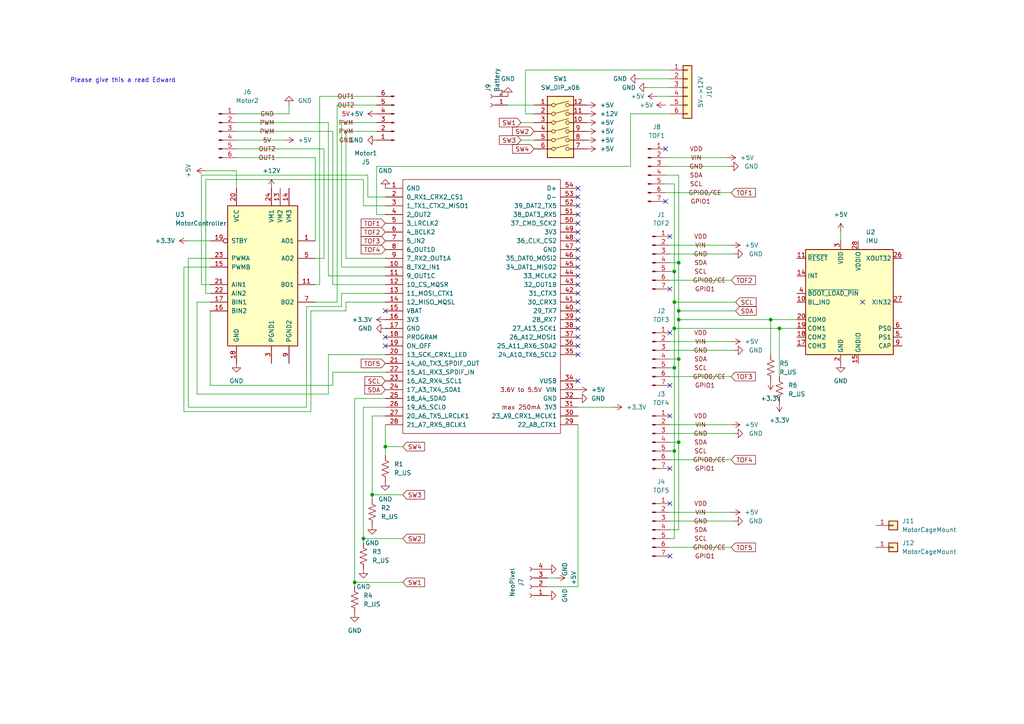
<source format=kicad_sch>
(kicad_sch (version 20230121) (generator eeschema)

  (uuid c13bd0ff-2c2c-4c0d-a2fb-bf65e79fa3e5)

  (paper "A4")

  (lib_symbols
    (symbol "Conn_01x06_Pin_2" (pin_names (offset 1.016) hide) (in_bom yes) (on_board yes)
      (property "Reference" "J6" (at 8.6051 11.43 0)
        (effects (font (size 1.27 1.27)))
      )
      (property "Value" "Conn_01x06_Pin" (at 8.6051 8.89 0)
        (effects (font (size 1.27 1.27)))
      )
      (property "Footprint" "" (at 0 0 0)
        (effects (font (size 1.27 1.27)) hide)
      )
      (property "Datasheet" "~" (at 0 0 0)
        (effects (font (size 1.27 1.27)) hide)
      )
      (property "ki_locked" "" (at 0 0 0)
        (effects (font (size 1.27 1.27)))
      )
      (property "ki_keywords" "connector" (at 0 0 0)
        (effects (font (size 1.27 1.27)) hide)
      )
      (property "ki_description" "Generic connector, single row, 01x06, script generated" (at 0 0 0)
        (effects (font (size 1.27 1.27)) hide)
      )
      (property "ki_fp_filters" "Connector*:*_1x??_*" (at 0 0 0)
        (effects (font (size 1.27 1.27)) hide)
      )
      (symbol "Conn_01x06_Pin_2_1_1"
        (polyline
          (pts
            (xy 1.27 -7.62)
            (xy 0.8636 -7.62)
          )
          (stroke (width 0.1524) (type default))
          (fill (type none))
        )
        (polyline
          (pts
            (xy 1.27 -5.08)
            (xy 0.8636 -5.08)
          )
          (stroke (width 0.1524) (type default))
          (fill (type none))
        )
        (polyline
          (pts
            (xy 1.27 -2.54)
            (xy 0.8636 -2.54)
          )
          (stroke (width 0.1524) (type default))
          (fill (type none))
        )
        (polyline
          (pts
            (xy 1.27 0)
            (xy 0.8636 0)
          )
          (stroke (width 0.1524) (type default))
          (fill (type none))
        )
        (polyline
          (pts
            (xy 1.27 2.54)
            (xy 0.8636 2.54)
          )
          (stroke (width 0.1524) (type default))
          (fill (type none))
        )
        (polyline
          (pts
            (xy 1.27 5.08)
            (xy 0.8636 5.08)
          )
          (stroke (width 0.1524) (type default))
          (fill (type none))
        )
        (rectangle (start 0.8636 -7.493) (end 0 -7.747)
          (stroke (width 0.1524) (type default))
          (fill (type outline))
        )
        (rectangle (start 0.8636 -4.953) (end 0 -5.207)
          (stroke (width 0.1524) (type default))
          (fill (type outline))
        )
        (rectangle (start 0.8636 -2.413) (end 0 -2.667)
          (stroke (width 0.1524) (type default))
          (fill (type outline))
        )
        (rectangle (start 0.8636 0.127) (end 0 -0.127)
          (stroke (width 0.1524) (type default))
          (fill (type outline))
        )
        (rectangle (start 0.8636 2.667) (end 0 2.413)
          (stroke (width 0.1524) (type default))
          (fill (type outline))
        )
        (rectangle (start 0.8636 5.207) (end 0 4.953)
          (stroke (width 0.1524) (type default))
          (fill (type outline))
        )
        (text "5V" (at 13.97 -2.54 0)
          (effects (font (size 1.27 1.27)))
        )
        (text "GND" (at 13.97 5.08 0)
          (effects (font (size 1.27 1.27)))
        )
        (text "OUT1" (at 13.97 -7.62 0)
          (effects (font (size 1.27 1.27)))
        )
        (text "OUT2" (at 13.97 -5.08 0)
          (effects (font (size 1.27 1.27)))
        )
        (text "PWM" (at 13.97 0 0)
          (effects (font (size 1.27 1.27)))
        )
        (text "PWM" (at 13.97 2.54 0)
          (effects (font (size 1.27 1.27)))
        )
        (pin passive line (at 5.08 5.08 180) (length 3.81)
          (name "Pin_1" (effects (font (size 1.27 1.27))))
          (number "1" (effects (font (size 1.27 1.27))))
        )
        (pin passive line (at 5.08 2.54 180) (length 3.81)
          (name "Pin_2" (effects (font (size 1.27 1.27))))
          (number "2" (effects (font (size 1.27 1.27))))
        )
        (pin passive line (at 5.08 0 180) (length 3.81)
          (name "Pin_3" (effects (font (size 1.27 1.27))))
          (number "3" (effects (font (size 1.27 1.27))))
        )
        (pin passive line (at 5.08 -2.54 180) (length 3.81)
          (name "Pin_4" (effects (font (size 1.27 1.27))))
          (number "4" (effects (font (size 1.27 1.27))))
        )
        (pin passive line (at 5.08 -5.08 180) (length 3.81)
          (name "Pin_5" (effects (font (size 1.27 1.27))))
          (number "5" (effects (font (size 1.27 1.27))))
        )
        (pin passive line (at 5.08 -7.62 180) (length 3.81)
          (name "Pin_6" (effects (font (size 1.27 1.27))))
          (number "6" (effects (font (size 1.27 1.27))))
        )
      )
    )
    (symbol "Conn_01x07_Pin_1" (pin_names (offset 1.016) hide) (in_bom yes) (on_board yes)
      (property "Reference" "J1" (at 0.635 12.7 0)
        (effects (font (size 1.27 1.27)))
      )
      (property "Value" "Conn_01x07_Pin" (at 0.635 10.16 0)
        (effects (font (size 1.27 1.27)))
      )
      (property "Footprint" "" (at 0 0 0)
        (effects (font (size 1.27 1.27)) hide)
      )
      (property "Datasheet" "~" (at 0 0 0)
        (effects (font (size 1.27 1.27)) hide)
      )
      (property "ki_locked" "" (at 0 0 0)
        (effects (font (size 1.27 1.27)))
      )
      (property "ki_keywords" "connector" (at 0 0 0)
        (effects (font (size 1.27 1.27)) hide)
      )
      (property "ki_description" "Generic connector, single row, 01x07, script generated" (at 0 0 0)
        (effects (font (size 1.27 1.27)) hide)
      )
      (property "ki_fp_filters" "Connector*:*_1x??_*" (at 0 0 0)
        (effects (font (size 1.27 1.27)) hide)
      )
      (symbol "Conn_01x07_Pin_1_1_1"
        (polyline
          (pts
            (xy 1.27 -7.62)
            (xy 0.8636 -7.62)
          )
          (stroke (width 0.1524) (type default))
          (fill (type none))
        )
        (polyline
          (pts
            (xy 1.27 -5.08)
            (xy 0.8636 -5.08)
          )
          (stroke (width 0.1524) (type default))
          (fill (type none))
        )
        (polyline
          (pts
            (xy 1.27 -2.54)
            (xy 0.8636 -2.54)
          )
          (stroke (width 0.1524) (type default))
          (fill (type none))
        )
        (polyline
          (pts
            (xy 1.27 0)
            (xy 0.8636 0)
          )
          (stroke (width 0.1524) (type default))
          (fill (type none))
        )
        (polyline
          (pts
            (xy 1.27 2.54)
            (xy 0.8636 2.54)
          )
          (stroke (width 0.1524) (type default))
          (fill (type none))
        )
        (polyline
          (pts
            (xy 1.27 5.08)
            (xy 0.8636 5.08)
          )
          (stroke (width 0.1524) (type default))
          (fill (type none))
        )
        (polyline
          (pts
            (xy 1.27 7.62)
            (xy 0.8636 7.62)
          )
          (stroke (width 0.1524) (type default))
          (fill (type none))
        )
        (rectangle (start 0.8636 -7.493) (end 0 -7.747)
          (stroke (width 0.1524) (type default))
          (fill (type outline))
        )
        (rectangle (start 0.8636 -4.953) (end 0 -5.207)
          (stroke (width 0.1524) (type default))
          (fill (type outline))
        )
        (rectangle (start 0.8636 -2.413) (end 0 -2.667)
          (stroke (width 0.1524) (type default))
          (fill (type outline))
        )
        (rectangle (start 0.8636 0.127) (end 0 -0.127)
          (stroke (width 0.1524) (type default))
          (fill (type outline))
        )
        (rectangle (start 0.8636 2.667) (end 0 2.413)
          (stroke (width 0.1524) (type default))
          (fill (type outline))
        )
        (rectangle (start 0.8636 5.207) (end 0 4.953)
          (stroke (width 0.1524) (type default))
          (fill (type outline))
        )
        (rectangle (start 0.8636 7.747) (end 0 7.493)
          (stroke (width 0.1524) (type default))
          (fill (type outline))
        )
        (text "GND" (at 13.97 2.54 0)
          (effects (font (size 1.27 1.27)))
        )
        (text "GPIO0/CE" (at 16.51 -5.08 0)
          (effects (font (size 1.27 1.27)))
        )
        (text "GPIO1" (at 15.24 -7.62 0)
          (effects (font (size 1.27 1.27)))
        )
        (text "SCL" (at 13.97 -2.54 0)
          (effects (font (size 1.27 1.27)))
        )
        (text "SDA" (at 13.97 0 0)
          (effects (font (size 1.27 1.27)))
        )
        (text "VDD" (at 13.97 7.62 0)
          (effects (font (size 1.27 1.27)))
        )
        (text "VIN" (at 13.97 5.08 0)
          (effects (font (size 1.27 1.27)))
        )
        (pin passive line (at 5.08 7.62 180) (length 3.81)
          (name "Pin_1" (effects (font (size 1.27 1.27))))
          (number "1" (effects (font (size 1.27 1.27))))
        )
        (pin passive line (at 5.08 5.08 180) (length 3.81)
          (name "Pin_2" (effects (font (size 1.27 1.27))))
          (number "2" (effects (font (size 1.27 1.27))))
        )
        (pin passive line (at 5.08 2.54 180) (length 3.81)
          (name "Pin_3" (effects (font (size 1.27 1.27))))
          (number "3" (effects (font (size 1.27 1.27))))
        )
        (pin passive line (at 5.08 0 180) (length 3.81)
          (name "Pin_4" (effects (font (size 1.27 1.27))))
          (number "4" (effects (font (size 1.27 1.27))))
        )
        (pin passive line (at 5.08 -2.54 180) (length 3.81)
          (name "Pin_5" (effects (font (size 1.27 1.27))))
          (number "5" (effects (font (size 1.27 1.27))))
        )
        (pin passive line (at 5.08 -5.08 180) (length 3.81)
          (name "Pin_6" (effects (font (size 1.27 1.27))))
          (number "6" (effects (font (size 1.27 1.27))))
        )
        (pin passive line (at 5.08 -7.62 180) (length 3.81)
          (name "Pin_7" (effects (font (size 1.27 1.27))))
          (number "7" (effects (font (size 1.27 1.27))))
        )
      )
    )
    (symbol "Connector:Conn_01x02_Socket" (pin_names (offset 1.016) hide) (in_bom yes) (on_board yes)
      (property "Reference" "J" (at 0 2.54 0)
        (effects (font (size 1.27 1.27)))
      )
      (property "Value" "Conn_01x02_Socket" (at 0 -5.08 0)
        (effects (font (size 1.27 1.27)))
      )
      (property "Footprint" "" (at 0 0 0)
        (effects (font (size 1.27 1.27)) hide)
      )
      (property "Datasheet" "~" (at 0 0 0)
        (effects (font (size 1.27 1.27)) hide)
      )
      (property "ki_locked" "" (at 0 0 0)
        (effects (font (size 1.27 1.27)))
      )
      (property "ki_keywords" "connector" (at 0 0 0)
        (effects (font (size 1.27 1.27)) hide)
      )
      (property "ki_description" "Generic connector, single row, 01x02, script generated" (at 0 0 0)
        (effects (font (size 1.27 1.27)) hide)
      )
      (property "ki_fp_filters" "Connector*:*_1x??_*" (at 0 0 0)
        (effects (font (size 1.27 1.27)) hide)
      )
      (symbol "Conn_01x02_Socket_1_1"
        (arc (start 0 -2.032) (mid -0.5058 -2.54) (end 0 -3.048)
          (stroke (width 0.1524) (type default))
          (fill (type none))
        )
        (polyline
          (pts
            (xy -1.27 -2.54)
            (xy -0.508 -2.54)
          )
          (stroke (width 0.1524) (type default))
          (fill (type none))
        )
        (polyline
          (pts
            (xy -1.27 0)
            (xy -0.508 0)
          )
          (stroke (width 0.1524) (type default))
          (fill (type none))
        )
        (arc (start 0 0.508) (mid -0.5058 0) (end 0 -0.508)
          (stroke (width 0.1524) (type default))
          (fill (type none))
        )
        (pin passive line (at -5.08 0 0) (length 3.81)
          (name "Pin_1" (effects (font (size 1.27 1.27))))
          (number "1" (effects (font (size 1.27 1.27))))
        )
        (pin passive line (at -5.08 -2.54 0) (length 3.81)
          (name "Pin_2" (effects (font (size 1.27 1.27))))
          (number "2" (effects (font (size 1.27 1.27))))
        )
      )
    )
    (symbol "Connector:Conn_01x04_Socket" (pin_names (offset 1.016) hide) (in_bom yes) (on_board yes)
      (property "Reference" "J" (at 0 5.08 0)
        (effects (font (size 1.27 1.27)))
      )
      (property "Value" "Conn_01x04_Socket" (at 0 -7.62 0)
        (effects (font (size 1.27 1.27)))
      )
      (property "Footprint" "" (at 0 0 0)
        (effects (font (size 1.27 1.27)) hide)
      )
      (property "Datasheet" "~" (at 0 0 0)
        (effects (font (size 1.27 1.27)) hide)
      )
      (property "ki_locked" "" (at 0 0 0)
        (effects (font (size 1.27 1.27)))
      )
      (property "ki_keywords" "connector" (at 0 0 0)
        (effects (font (size 1.27 1.27)) hide)
      )
      (property "ki_description" "Generic connector, single row, 01x04, script generated" (at 0 0 0)
        (effects (font (size 1.27 1.27)) hide)
      )
      (property "ki_fp_filters" "Connector*:*_1x??_*" (at 0 0 0)
        (effects (font (size 1.27 1.27)) hide)
      )
      (symbol "Conn_01x04_Socket_1_1"
        (arc (start 0 -4.572) (mid -0.5058 -5.08) (end 0 -5.588)
          (stroke (width 0.1524) (type default))
          (fill (type none))
        )
        (arc (start 0 -2.032) (mid -0.5058 -2.54) (end 0 -3.048)
          (stroke (width 0.1524) (type default))
          (fill (type none))
        )
        (polyline
          (pts
            (xy -1.27 -5.08)
            (xy -0.508 -5.08)
          )
          (stroke (width 0.1524) (type default))
          (fill (type none))
        )
        (polyline
          (pts
            (xy -1.27 -2.54)
            (xy -0.508 -2.54)
          )
          (stroke (width 0.1524) (type default))
          (fill (type none))
        )
        (polyline
          (pts
            (xy -1.27 0)
            (xy -0.508 0)
          )
          (stroke (width 0.1524) (type default))
          (fill (type none))
        )
        (polyline
          (pts
            (xy -1.27 2.54)
            (xy -0.508 2.54)
          )
          (stroke (width 0.1524) (type default))
          (fill (type none))
        )
        (arc (start 0 0.508) (mid -0.5058 0) (end 0 -0.508)
          (stroke (width 0.1524) (type default))
          (fill (type none))
        )
        (arc (start 0 3.048) (mid -0.5058 2.54) (end 0 2.032)
          (stroke (width 0.1524) (type default))
          (fill (type none))
        )
        (pin passive line (at -5.08 2.54 0) (length 3.81)
          (name "Pin_1" (effects (font (size 1.27 1.27))))
          (number "1" (effects (font (size 1.27 1.27))))
        )
        (pin passive line (at -5.08 0 0) (length 3.81)
          (name "Pin_2" (effects (font (size 1.27 1.27))))
          (number "2" (effects (font (size 1.27 1.27))))
        )
        (pin passive line (at -5.08 -2.54 0) (length 3.81)
          (name "Pin_3" (effects (font (size 1.27 1.27))))
          (number "3" (effects (font (size 1.27 1.27))))
        )
        (pin passive line (at -5.08 -5.08 0) (length 3.81)
          (name "Pin_4" (effects (font (size 1.27 1.27))))
          (number "4" (effects (font (size 1.27 1.27))))
        )
      )
    )
    (symbol "Connector_Generic:Conn_01x01" (pin_names (offset 1.016) hide) (in_bom yes) (on_board yes)
      (property "Reference" "J" (at 0 2.54 0)
        (effects (font (size 1.27 1.27)))
      )
      (property "Value" "Conn_01x01" (at 0 -2.54 0)
        (effects (font (size 1.27 1.27)))
      )
      (property "Footprint" "" (at 0 0 0)
        (effects (font (size 1.27 1.27)) hide)
      )
      (property "Datasheet" "~" (at 0 0 0)
        (effects (font (size 1.27 1.27)) hide)
      )
      (property "ki_keywords" "connector" (at 0 0 0)
        (effects (font (size 1.27 1.27)) hide)
      )
      (property "ki_description" "Generic connector, single row, 01x01, script generated (kicad-library-utils/schlib/autogen/connector/)" (at 0 0 0)
        (effects (font (size 1.27 1.27)) hide)
      )
      (property "ki_fp_filters" "Connector*:*_1x??_*" (at 0 0 0)
        (effects (font (size 1.27 1.27)) hide)
      )
      (symbol "Conn_01x01_1_1"
        (rectangle (start -1.27 0.127) (end 0 -0.127)
          (stroke (width 0.1524) (type default))
          (fill (type none))
        )
        (rectangle (start -1.27 1.27) (end 1.27 -1.27)
          (stroke (width 0.254) (type default))
          (fill (type background))
        )
        (pin passive line (at -5.08 0 0) (length 3.81)
          (name "Pin_1" (effects (font (size 1.27 1.27))))
          (number "1" (effects (font (size 1.27 1.27))))
        )
      )
    )
    (symbol "Connector_Generic:Conn_01x06" (pin_names (offset 1.016) hide) (in_bom yes) (on_board yes)
      (property "Reference" "J" (at 0 7.62 0)
        (effects (font (size 1.27 1.27)))
      )
      (property "Value" "Conn_01x06" (at 0 -10.16 0)
        (effects (font (size 1.27 1.27)))
      )
      (property "Footprint" "" (at 0 0 0)
        (effects (font (size 1.27 1.27)) hide)
      )
      (property "Datasheet" "~" (at 0 0 0)
        (effects (font (size 1.27 1.27)) hide)
      )
      (property "ki_keywords" "connector" (at 0 0 0)
        (effects (font (size 1.27 1.27)) hide)
      )
      (property "ki_description" "Generic connector, single row, 01x06, script generated (kicad-library-utils/schlib/autogen/connector/)" (at 0 0 0)
        (effects (font (size 1.27 1.27)) hide)
      )
      (property "ki_fp_filters" "Connector*:*_1x??_*" (at 0 0 0)
        (effects (font (size 1.27 1.27)) hide)
      )
      (symbol "Conn_01x06_1_1"
        (rectangle (start -1.27 -7.493) (end 0 -7.747)
          (stroke (width 0.1524) (type default))
          (fill (type none))
        )
        (rectangle (start -1.27 -4.953) (end 0 -5.207)
          (stroke (width 0.1524) (type default))
          (fill (type none))
        )
        (rectangle (start -1.27 -2.413) (end 0 -2.667)
          (stroke (width 0.1524) (type default))
          (fill (type none))
        )
        (rectangle (start -1.27 0.127) (end 0 -0.127)
          (stroke (width 0.1524) (type default))
          (fill (type none))
        )
        (rectangle (start -1.27 2.667) (end 0 2.413)
          (stroke (width 0.1524) (type default))
          (fill (type none))
        )
        (rectangle (start -1.27 5.207) (end 0 4.953)
          (stroke (width 0.1524) (type default))
          (fill (type none))
        )
        (rectangle (start -1.27 6.35) (end 1.27 -8.89)
          (stroke (width 0.254) (type default))
          (fill (type background))
        )
        (pin passive line (at -5.08 5.08 0) (length 3.81)
          (name "Pin_1" (effects (font (size 1.27 1.27))))
          (number "1" (effects (font (size 1.27 1.27))))
        )
        (pin passive line (at -5.08 2.54 0) (length 3.81)
          (name "Pin_2" (effects (font (size 1.27 1.27))))
          (number "2" (effects (font (size 1.27 1.27))))
        )
        (pin passive line (at -5.08 0 0) (length 3.81)
          (name "Pin_3" (effects (font (size 1.27 1.27))))
          (number "3" (effects (font (size 1.27 1.27))))
        )
        (pin passive line (at -5.08 -2.54 0) (length 3.81)
          (name "Pin_4" (effects (font (size 1.27 1.27))))
          (number "4" (effects (font (size 1.27 1.27))))
        )
        (pin passive line (at -5.08 -5.08 0) (length 3.81)
          (name "Pin_5" (effects (font (size 1.27 1.27))))
          (number "5" (effects (font (size 1.27 1.27))))
        )
        (pin passive line (at -5.08 -7.62 0) (length 3.81)
          (name "Pin_6" (effects (font (size 1.27 1.27))))
          (number "6" (effects (font (size 1.27 1.27))))
        )
      )
    )
    (symbol "Device:R_US" (pin_numbers hide) (pin_names (offset 0)) (in_bom yes) (on_board yes)
      (property "Reference" "R" (at 2.54 0 90)
        (effects (font (size 1.27 1.27)))
      )
      (property "Value" "R_US" (at -2.54 0 90)
        (effects (font (size 1.27 1.27)))
      )
      (property "Footprint" "" (at 1.016 -0.254 90)
        (effects (font (size 1.27 1.27)) hide)
      )
      (property "Datasheet" "~" (at 0 0 0)
        (effects (font (size 1.27 1.27)) hide)
      )
      (property "ki_keywords" "R res resistor" (at 0 0 0)
        (effects (font (size 1.27 1.27)) hide)
      )
      (property "ki_description" "Resistor, US symbol" (at 0 0 0)
        (effects (font (size 1.27 1.27)) hide)
      )
      (property "ki_fp_filters" "R_*" (at 0 0 0)
        (effects (font (size 1.27 1.27)) hide)
      )
      (symbol "R_US_0_1"
        (polyline
          (pts
            (xy 0 -2.286)
            (xy 0 -2.54)
          )
          (stroke (width 0) (type default))
          (fill (type none))
        )
        (polyline
          (pts
            (xy 0 2.286)
            (xy 0 2.54)
          )
          (stroke (width 0) (type default))
          (fill (type none))
        )
        (polyline
          (pts
            (xy 0 -0.762)
            (xy 1.016 -1.143)
            (xy 0 -1.524)
            (xy -1.016 -1.905)
            (xy 0 -2.286)
          )
          (stroke (width 0) (type default))
          (fill (type none))
        )
        (polyline
          (pts
            (xy 0 0.762)
            (xy 1.016 0.381)
            (xy 0 0)
            (xy -1.016 -0.381)
            (xy 0 -0.762)
          )
          (stroke (width 0) (type default))
          (fill (type none))
        )
        (polyline
          (pts
            (xy 0 2.286)
            (xy 1.016 1.905)
            (xy 0 1.524)
            (xy -1.016 1.143)
            (xy 0 0.762)
          )
          (stroke (width 0) (type default))
          (fill (type none))
        )
      )
      (symbol "R_US_1_1"
        (pin passive line (at 0 3.81 270) (length 1.27)
          (name "~" (effects (font (size 1.27 1.27))))
          (number "1" (effects (font (size 1.27 1.27))))
        )
        (pin passive line (at 0 -3.81 90) (length 1.27)
          (name "~" (effects (font (size 1.27 1.27))))
          (number "2" (effects (font (size 1.27 1.27))))
        )
      )
    )
    (symbol "Driver_Motor:TB6612FNG" (pin_names (offset 1.016)) (in_bom yes) (on_board yes)
      (property "Reference" "U" (at 11.43 17.78 0)
        (effects (font (size 1.27 1.27)) (justify left))
      )
      (property "Value" "TB6612FNG" (at 11.43 15.24 0)
        (effects (font (size 1.27 1.27)) (justify left))
      )
      (property "Footprint" "Package_SO:SSOP-24_5.3x8.2mm_P0.65mm" (at 33.02 -22.86 0)
        (effects (font (size 1.27 1.27)) hide)
      )
      (property "Datasheet" "https://toshiba.semicon-storage.com/us/product/linear/motordriver/detail.TB6612FNG.html" (at 11.43 15.24 0)
        (effects (font (size 1.27 1.27)) hide)
      )
      (property "ki_keywords" "H-bridge motor driver" (at 0 0 0)
        (effects (font (size 1.27 1.27)) hide)
      )
      (property "ki_description" "Driver IC for Dual DC motor, SSOP-24" (at 0 0 0)
        (effects (font (size 1.27 1.27)) hide)
      )
      (property "ki_fp_filters" "SSOP-24*5.3x8.2mm*P0.65mm*" (at 0 0 0)
        (effects (font (size 1.27 1.27)) hide)
      )
      (symbol "TB6612FNG_0_1"
        (rectangle (start -10.16 20.32) (end 10.16 -20.32)
          (stroke (width 0.254) (type default))
          (fill (type background))
        )
      )
      (symbol "TB6612FNG_1_1"
        (pin output line (at 15.24 10.16 180) (length 5.08)
          (name "AO1" (effects (font (size 1.27 1.27))))
          (number "1" (effects (font (size 1.27 1.27))))
        )
        (pin passive line (at 7.62 -25.4 90) (length 5.08) hide
          (name "PGND2" (effects (font (size 1.27 1.27))))
          (number "10" (effects (font (size 1.27 1.27))))
        )
        (pin output line (at 15.24 -2.54 180) (length 5.08)
          (name "BO1" (effects (font (size 1.27 1.27))))
          (number "11" (effects (font (size 1.27 1.27))))
        )
        (pin passive line (at 15.24 -2.54 180) (length 5.08) hide
          (name "BO1" (effects (font (size 1.27 1.27))))
          (number "12" (effects (font (size 1.27 1.27))))
        )
        (pin power_in line (at 5.08 25.4 270) (length 5.08)
          (name "VM2" (effects (font (size 1.27 1.27))))
          (number "13" (effects (font (size 1.27 1.27))))
        )
        (pin power_in line (at 7.62 25.4 270) (length 5.08)
          (name "VM3" (effects (font (size 1.27 1.27))))
          (number "14" (effects (font (size 1.27 1.27))))
        )
        (pin input line (at -15.24 2.54 0) (length 5.08)
          (name "PWMB" (effects (font (size 1.27 1.27))))
          (number "15" (effects (font (size 1.27 1.27))))
        )
        (pin input line (at -15.24 -10.16 0) (length 5.08)
          (name "BIN2" (effects (font (size 1.27 1.27))))
          (number "16" (effects (font (size 1.27 1.27))))
        )
        (pin input line (at -15.24 -7.62 0) (length 5.08)
          (name "BIN1" (effects (font (size 1.27 1.27))))
          (number "17" (effects (font (size 1.27 1.27))))
        )
        (pin power_in line (at -7.62 -25.4 90) (length 5.08)
          (name "GND" (effects (font (size 1.27 1.27))))
          (number "18" (effects (font (size 1.27 1.27))))
        )
        (pin input inverted (at -15.24 10.16 0) (length 5.08)
          (name "STBY" (effects (font (size 1.27 1.27))))
          (number "19" (effects (font (size 1.27 1.27))))
        )
        (pin passive line (at 15.24 10.16 180) (length 5.08) hide
          (name "AO1" (effects (font (size 1.27 1.27))))
          (number "2" (effects (font (size 1.27 1.27))))
        )
        (pin power_in line (at -7.62 25.4 270) (length 5.08)
          (name "VCC" (effects (font (size 1.27 1.27))))
          (number "20" (effects (font (size 1.27 1.27))))
        )
        (pin input line (at -15.24 -2.54 0) (length 5.08)
          (name "AIN1" (effects (font (size 1.27 1.27))))
          (number "21" (effects (font (size 1.27 1.27))))
        )
        (pin input line (at -15.24 -5.08 0) (length 5.08)
          (name "AIN2" (effects (font (size 1.27 1.27))))
          (number "22" (effects (font (size 1.27 1.27))))
        )
        (pin input line (at -15.24 5.08 0) (length 5.08)
          (name "PWMA" (effects (font (size 1.27 1.27))))
          (number "23" (effects (font (size 1.27 1.27))))
        )
        (pin power_in line (at 2.54 25.4 270) (length 5.08)
          (name "VM1" (effects (font (size 1.27 1.27))))
          (number "24" (effects (font (size 1.27 1.27))))
        )
        (pin power_in line (at 2.54 -25.4 90) (length 5.08)
          (name "PGND1" (effects (font (size 1.27 1.27))))
          (number "3" (effects (font (size 1.27 1.27))))
        )
        (pin passive line (at 2.54 -25.4 90) (length 5.08) hide
          (name "PGND1" (effects (font (size 1.27 1.27))))
          (number "4" (effects (font (size 1.27 1.27))))
        )
        (pin output line (at 15.24 5.08 180) (length 5.08)
          (name "AO2" (effects (font (size 1.27 1.27))))
          (number "5" (effects (font (size 1.27 1.27))))
        )
        (pin passive line (at 15.24 5.08 180) (length 5.08) hide
          (name "AO2" (effects (font (size 1.27 1.27))))
          (number "6" (effects (font (size 1.27 1.27))))
        )
        (pin output line (at 15.24 -7.62 180) (length 5.08)
          (name "BO2" (effects (font (size 1.27 1.27))))
          (number "7" (effects (font (size 1.27 1.27))))
        )
        (pin passive line (at 15.24 -7.62 180) (length 5.08) hide
          (name "BO2" (effects (font (size 1.27 1.27))))
          (number "8" (effects (font (size 1.27 1.27))))
        )
        (pin power_in line (at 7.62 -25.4 90) (length 5.08)
          (name "PGND2" (effects (font (size 1.27 1.27))))
          (number "9" (effects (font (size 1.27 1.27))))
        )
      )
    )
    (symbol "Sensor_Motion:BNO055" (in_bom yes) (on_board yes)
      (property "Reference" "U" (at -11.43 16.51 0)
        (effects (font (size 1.27 1.27)) (justify right))
      )
      (property "Value" "BNO055" (at 12.7 16.51 0)
        (effects (font (size 1.27 1.27)) (justify right))
      )
      (property "Footprint" "Package_LGA:LGA-28_5.2x3.8mm_P0.5mm" (at 6.35 -16.51 0)
        (effects (font (size 1.27 1.27)) (justify left) hide)
      )
      (property "Datasheet" "https://www.bosch-sensortec.com/media/boschsensortec/downloads/datasheets/bst-bno055-ds000.pdf" (at 0 5.08 0)
        (effects (font (size 1.27 1.27)) hide)
      )
      (property "ki_keywords" "IMU Sensor Fusion I2C UART" (at 0 0 0)
        (effects (font (size 1.27 1.27)) hide)
      )
      (property "ki_description" "Intelligent 9-axis absolute orientation sensor, LGA-28" (at 0 0 0)
        (effects (font (size 1.27 1.27)) hide)
      )
      (property "ki_fp_filters" "LGA*5.2x3.8mm*P0.5mm*" (at 0 0 0)
        (effects (font (size 1.27 1.27)) hide)
      )
      (symbol "BNO055_0_1"
        (rectangle (start -12.7 15.24) (end 12.7 -15.24)
          (stroke (width 0.254) (type default))
          (fill (type background))
        )
      )
      (symbol "BNO055_1_1"
        (pin no_connect line (at -12.7 10.16 0) (length 2.54) hide
          (name "PIN1" (effects (font (size 1.27 1.27))))
          (number "1" (effects (font (size 1.27 1.27))))
        )
        (pin output line (at -15.24 0 0) (length 2.54)
          (name "BL_IND" (effects (font (size 1.27 1.27))))
          (number "10" (effects (font (size 1.27 1.27))))
        )
        (pin input line (at -15.24 12.7 0) (length 2.54)
          (name "~{RESET}" (effects (font (size 1.27 1.27))))
          (number "11" (effects (font (size 1.27 1.27))))
        )
        (pin no_connect line (at 12.7 10.16 180) (length 2.54) hide
          (name "PIN12" (effects (font (size 1.27 1.27))))
          (number "12" (effects (font (size 1.27 1.27))))
        )
        (pin no_connect line (at 12.7 7.62 180) (length 2.54) hide
          (name "PIN13" (effects (font (size 1.27 1.27))))
          (number "13" (effects (font (size 1.27 1.27))))
        )
        (pin output line (at -15.24 7.62 0) (length 2.54)
          (name "INT" (effects (font (size 1.27 1.27))))
          (number "14" (effects (font (size 1.27 1.27))))
        )
        (pin power_in line (at 2.54 -17.78 90) (length 2.54)
          (name "GNDIO" (effects (font (size 1.27 1.27))))
          (number "15" (effects (font (size 1.27 1.27))))
        )
        (pin passive line (at 2.54 -17.78 90) (length 2.54) hide
          (name "GNDIO" (effects (font (size 1.27 1.27))))
          (number "16" (effects (font (size 1.27 1.27))))
        )
        (pin input line (at -15.24 -12.7 0) (length 2.54)
          (name "COM3" (effects (font (size 1.27 1.27))))
          (number "17" (effects (font (size 1.27 1.27))))
        )
        (pin passive line (at -15.24 -10.16 0) (length 2.54)
          (name "COM2" (effects (font (size 1.27 1.27))))
          (number "18" (effects (font (size 1.27 1.27))))
        )
        (pin bidirectional line (at -15.24 -7.62 0) (length 2.54)
          (name "COM1" (effects (font (size 1.27 1.27))))
          (number "19" (effects (font (size 1.27 1.27))))
        )
        (pin power_in line (at -2.54 -17.78 90) (length 2.54)
          (name "GND" (effects (font (size 1.27 1.27))))
          (number "2" (effects (font (size 1.27 1.27))))
        )
        (pin bidirectional line (at -15.24 -5.08 0) (length 2.54)
          (name "COM0" (effects (font (size 1.27 1.27))))
          (number "20" (effects (font (size 1.27 1.27))))
        )
        (pin no_connect line (at 12.7 5.08 180) (length 2.54) hide
          (name "PIN21" (effects (font (size 1.27 1.27))))
          (number "21" (effects (font (size 1.27 1.27))))
        )
        (pin no_connect line (at 12.7 2.54 180) (length 2.54) hide
          (name "PIN22" (effects (font (size 1.27 1.27))))
          (number "22" (effects (font (size 1.27 1.27))))
        )
        (pin no_connect line (at 12.7 -2.54 180) (length 2.54) hide
          (name "PIN23" (effects (font (size 1.27 1.27))))
          (number "23" (effects (font (size 1.27 1.27))))
        )
        (pin no_connect line (at 12.7 -5.08 180) (length 2.54) hide
          (name "PIN24" (effects (font (size 1.27 1.27))))
          (number "24" (effects (font (size 1.27 1.27))))
        )
        (pin passive line (at 2.54 -17.78 90) (length 2.54) hide
          (name "GNDIO" (effects (font (size 1.27 1.27))))
          (number "25" (effects (font (size 1.27 1.27))))
        )
        (pin output line (at 15.24 12.7 180) (length 2.54)
          (name "XOUT32" (effects (font (size 1.27 1.27))))
          (number "26" (effects (font (size 1.27 1.27))))
        )
        (pin input line (at 15.24 0 180) (length 2.54)
          (name "XIN32" (effects (font (size 1.27 1.27))))
          (number "27" (effects (font (size 1.27 1.27))))
        )
        (pin power_in line (at 2.54 17.78 270) (length 2.54)
          (name "VDDIO" (effects (font (size 1.27 1.27))))
          (number "28" (effects (font (size 1.27 1.27))))
        )
        (pin power_in line (at -2.54 17.78 270) (length 2.54)
          (name "VDD" (effects (font (size 1.27 1.27))))
          (number "3" (effects (font (size 1.27 1.27))))
        )
        (pin input line (at -15.24 2.54 0) (length 2.54)
          (name "~{BOOT_LOAD_PIN}" (effects (font (size 1.27 1.27))))
          (number "4" (effects (font (size 1.27 1.27))))
        )
        (pin input line (at 15.24 -10.16 180) (length 2.54)
          (name "PS1" (effects (font (size 1.27 1.27))))
          (number "5" (effects (font (size 1.27 1.27))))
        )
        (pin input line (at 15.24 -7.62 180) (length 2.54)
          (name "PS0" (effects (font (size 1.27 1.27))))
          (number "6" (effects (font (size 1.27 1.27))))
        )
        (pin no_connect line (at -12.7 5.08 0) (length 2.54) hide
          (name "PIN7" (effects (font (size 1.27 1.27))))
          (number "7" (effects (font (size 1.27 1.27))))
        )
        (pin no_connect line (at -12.7 -2.54 0) (length 2.54) hide
          (name "PIN8" (effects (font (size 1.27 1.27))))
          (number "8" (effects (font (size 1.27 1.27))))
        )
        (pin passive line (at 15.24 -12.7 180) (length 2.54)
          (name "CAP" (effects (font (size 1.27 1.27))))
          (number "9" (effects (font (size 1.27 1.27))))
        )
      )
    )
    (symbol "Switch:SW_DIP_x06" (pin_names (offset 0) hide) (in_bom yes) (on_board yes)
      (property "Reference" "SW" (at 0 11.43 0)
        (effects (font (size 1.27 1.27)))
      )
      (property "Value" "SW_DIP_x06" (at 0 -8.89 0)
        (effects (font (size 1.27 1.27)))
      )
      (property "Footprint" "" (at 0 0 0)
        (effects (font (size 1.27 1.27)) hide)
      )
      (property "Datasheet" "~" (at 0 0 0)
        (effects (font (size 1.27 1.27)) hide)
      )
      (property "ki_keywords" "dip switch" (at 0 0 0)
        (effects (font (size 1.27 1.27)) hide)
      )
      (property "ki_description" "6x DIP Switch, Single Pole Single Throw (SPST) switch, small symbol" (at 0 0 0)
        (effects (font (size 1.27 1.27)) hide)
      )
      (property "ki_fp_filters" "SW?DIP?x6*" (at 0 0 0)
        (effects (font (size 1.27 1.27)) hide)
      )
      (symbol "SW_DIP_x06_0_0"
        (circle (center -2.032 -5.08) (radius 0.508)
          (stroke (width 0) (type default))
          (fill (type none))
        )
        (circle (center -2.032 -2.54) (radius 0.508)
          (stroke (width 0) (type default))
          (fill (type none))
        )
        (circle (center -2.032 0) (radius 0.508)
          (stroke (width 0) (type default))
          (fill (type none))
        )
        (circle (center -2.032 2.54) (radius 0.508)
          (stroke (width 0) (type default))
          (fill (type none))
        )
        (circle (center -2.032 5.08) (radius 0.508)
          (stroke (width 0) (type default))
          (fill (type none))
        )
        (circle (center -2.032 7.62) (radius 0.508)
          (stroke (width 0) (type default))
          (fill (type none))
        )
        (polyline
          (pts
            (xy -1.524 -4.9276)
            (xy 2.3622 -3.8862)
          )
          (stroke (width 0) (type default))
          (fill (type none))
        )
        (polyline
          (pts
            (xy -1.524 -2.3876)
            (xy 2.3622 -1.3462)
          )
          (stroke (width 0) (type default))
          (fill (type none))
        )
        (polyline
          (pts
            (xy -1.524 0.127)
            (xy 2.3622 1.1684)
          )
          (stroke (width 0) (type default))
          (fill (type none))
        )
        (polyline
          (pts
            (xy -1.524 2.667)
            (xy 2.3622 3.7084)
          )
          (stroke (width 0) (type default))
          (fill (type none))
        )
        (polyline
          (pts
            (xy -1.524 5.207)
            (xy 2.3622 6.2484)
          )
          (stroke (width 0) (type default))
          (fill (type none))
        )
        (polyline
          (pts
            (xy -1.524 7.747)
            (xy 2.3622 8.7884)
          )
          (stroke (width 0) (type default))
          (fill (type none))
        )
        (circle (center 2.032 -5.08) (radius 0.508)
          (stroke (width 0) (type default))
          (fill (type none))
        )
        (circle (center 2.032 -2.54) (radius 0.508)
          (stroke (width 0) (type default))
          (fill (type none))
        )
        (circle (center 2.032 0) (radius 0.508)
          (stroke (width 0) (type default))
          (fill (type none))
        )
        (circle (center 2.032 2.54) (radius 0.508)
          (stroke (width 0) (type default))
          (fill (type none))
        )
        (circle (center 2.032 5.08) (radius 0.508)
          (stroke (width 0) (type default))
          (fill (type none))
        )
        (circle (center 2.032 7.62) (radius 0.508)
          (stroke (width 0) (type default))
          (fill (type none))
        )
      )
      (symbol "SW_DIP_x06_0_1"
        (rectangle (start -3.81 10.16) (end 3.81 -7.62)
          (stroke (width 0.254) (type default))
          (fill (type background))
        )
      )
      (symbol "SW_DIP_x06_1_1"
        (pin passive line (at -7.62 7.62 0) (length 5.08)
          (name "~" (effects (font (size 1.27 1.27))))
          (number "1" (effects (font (size 1.27 1.27))))
        )
        (pin passive line (at 7.62 2.54 180) (length 5.08)
          (name "~" (effects (font (size 1.27 1.27))))
          (number "10" (effects (font (size 1.27 1.27))))
        )
        (pin passive line (at 7.62 5.08 180) (length 5.08)
          (name "~" (effects (font (size 1.27 1.27))))
          (number "11" (effects (font (size 1.27 1.27))))
        )
        (pin passive line (at 7.62 7.62 180) (length 5.08)
          (name "~" (effects (font (size 1.27 1.27))))
          (number "12" (effects (font (size 1.27 1.27))))
        )
        (pin passive line (at -7.62 5.08 0) (length 5.08)
          (name "~" (effects (font (size 1.27 1.27))))
          (number "2" (effects (font (size 1.27 1.27))))
        )
        (pin passive line (at -7.62 2.54 0) (length 5.08)
          (name "~" (effects (font (size 1.27 1.27))))
          (number "3" (effects (font (size 1.27 1.27))))
        )
        (pin passive line (at -7.62 0 0) (length 5.08)
          (name "~" (effects (font (size 1.27 1.27))))
          (number "4" (effects (font (size 1.27 1.27))))
        )
        (pin passive line (at -7.62 -2.54 0) (length 5.08)
          (name "~" (effects (font (size 1.27 1.27))))
          (number "5" (effects (font (size 1.27 1.27))))
        )
        (pin passive line (at -7.62 -5.08 0) (length 5.08)
          (name "~" (effects (font (size 1.27 1.27))))
          (number "6" (effects (font (size 1.27 1.27))))
        )
        (pin passive line (at 7.62 -5.08 180) (length 5.08)
          (name "~" (effects (font (size 1.27 1.27))))
          (number "7" (effects (font (size 1.27 1.27))))
        )
        (pin passive line (at 7.62 -2.54 180) (length 5.08)
          (name "~" (effects (font (size 1.27 1.27))))
          (number "8" (effects (font (size 1.27 1.27))))
        )
        (pin passive line (at 7.62 0 180) (length 5.08)
          (name "~" (effects (font (size 1.27 1.27))))
          (number "9" (effects (font (size 1.27 1.27))))
        )
      )
    )
    (symbol "power:+12V" (power) (pin_names (offset 0)) (in_bom yes) (on_board yes)
      (property "Reference" "#PWR" (at 0 -3.81 0)
        (effects (font (size 1.27 1.27)) hide)
      )
      (property "Value" "+12V" (at 0 3.556 0)
        (effects (font (size 1.27 1.27)))
      )
      (property "Footprint" "" (at 0 0 0)
        (effects (font (size 1.27 1.27)) hide)
      )
      (property "Datasheet" "" (at 0 0 0)
        (effects (font (size 1.27 1.27)) hide)
      )
      (property "ki_keywords" "global power" (at 0 0 0)
        (effects (font (size 1.27 1.27)) hide)
      )
      (property "ki_description" "Power symbol creates a global label with name \"+12V\"" (at 0 0 0)
        (effects (font (size 1.27 1.27)) hide)
      )
      (symbol "+12V_0_1"
        (polyline
          (pts
            (xy -0.762 1.27)
            (xy 0 2.54)
          )
          (stroke (width 0) (type default))
          (fill (type none))
        )
        (polyline
          (pts
            (xy 0 0)
            (xy 0 2.54)
          )
          (stroke (width 0) (type default))
          (fill (type none))
        )
        (polyline
          (pts
            (xy 0 2.54)
            (xy 0.762 1.27)
          )
          (stroke (width 0) (type default))
          (fill (type none))
        )
      )
      (symbol "+12V_1_1"
        (pin power_in line (at 0 0 90) (length 0) hide
          (name "+12V" (effects (font (size 1.27 1.27))))
          (number "1" (effects (font (size 1.27 1.27))))
        )
      )
    )
    (symbol "power:+3.3V" (power) (pin_names (offset 0)) (in_bom yes) (on_board yes)
      (property "Reference" "#PWR" (at 0 -3.81 0)
        (effects (font (size 1.27 1.27)) hide)
      )
      (property "Value" "+3.3V" (at 0 3.556 0)
        (effects (font (size 1.27 1.27)))
      )
      (property "Footprint" "" (at 0 0 0)
        (effects (font (size 1.27 1.27)) hide)
      )
      (property "Datasheet" "" (at 0 0 0)
        (effects (font (size 1.27 1.27)) hide)
      )
      (property "ki_keywords" "global power" (at 0 0 0)
        (effects (font (size 1.27 1.27)) hide)
      )
      (property "ki_description" "Power symbol creates a global label with name \"+3.3V\"" (at 0 0 0)
        (effects (font (size 1.27 1.27)) hide)
      )
      (symbol "+3.3V_0_1"
        (polyline
          (pts
            (xy -0.762 1.27)
            (xy 0 2.54)
          )
          (stroke (width 0) (type default))
          (fill (type none))
        )
        (polyline
          (pts
            (xy 0 0)
            (xy 0 2.54)
          )
          (stroke (width 0) (type default))
          (fill (type none))
        )
        (polyline
          (pts
            (xy 0 2.54)
            (xy 0.762 1.27)
          )
          (stroke (width 0) (type default))
          (fill (type none))
        )
      )
      (symbol "+3.3V_1_1"
        (pin power_in line (at 0 0 90) (length 0) hide
          (name "+3.3V" (effects (font (size 1.27 1.27))))
          (number "1" (effects (font (size 1.27 1.27))))
        )
      )
    )
    (symbol "power:+5V" (power) (pin_names (offset 0)) (in_bom yes) (on_board yes)
      (property "Reference" "#PWR" (at 0 -3.81 0)
        (effects (font (size 1.27 1.27)) hide)
      )
      (property "Value" "+5V" (at 0 3.556 0)
        (effects (font (size 1.27 1.27)))
      )
      (property "Footprint" "" (at 0 0 0)
        (effects (font (size 1.27 1.27)) hide)
      )
      (property "Datasheet" "" (at 0 0 0)
        (effects (font (size 1.27 1.27)) hide)
      )
      (property "ki_keywords" "global power" (at 0 0 0)
        (effects (font (size 1.27 1.27)) hide)
      )
      (property "ki_description" "Power symbol creates a global label with name \"+5V\"" (at 0 0 0)
        (effects (font (size 1.27 1.27)) hide)
      )
      (symbol "+5V_0_1"
        (polyline
          (pts
            (xy -0.762 1.27)
            (xy 0 2.54)
          )
          (stroke (width 0) (type default))
          (fill (type none))
        )
        (polyline
          (pts
            (xy 0 0)
            (xy 0 2.54)
          )
          (stroke (width 0) (type default))
          (fill (type none))
        )
        (polyline
          (pts
            (xy 0 2.54)
            (xy 0.762 1.27)
          )
          (stroke (width 0) (type default))
          (fill (type none))
        )
      )
      (symbol "+5V_1_1"
        (pin power_in line (at 0 0 90) (length 0) hide
          (name "+5V" (effects (font (size 1.27 1.27))))
          (number "1" (effects (font (size 1.27 1.27))))
        )
      )
    )
    (symbol "power:GND" (power) (pin_names (offset 0)) (in_bom yes) (on_board yes)
      (property "Reference" "#PWR" (at 0 -6.35 0)
        (effects (font (size 1.27 1.27)) hide)
      )
      (property "Value" "GND" (at 0 -3.81 0)
        (effects (font (size 1.27 1.27)))
      )
      (property "Footprint" "" (at 0 0 0)
        (effects (font (size 1.27 1.27)) hide)
      )
      (property "Datasheet" "" (at 0 0 0)
        (effects (font (size 1.27 1.27)) hide)
      )
      (property "ki_keywords" "global power" (at 0 0 0)
        (effects (font (size 1.27 1.27)) hide)
      )
      (property "ki_description" "Power symbol creates a global label with name \"GND\" , ground" (at 0 0 0)
        (effects (font (size 1.27 1.27)) hide)
      )
      (symbol "GND_0_1"
        (polyline
          (pts
            (xy 0 0)
            (xy 0 -1.27)
            (xy 1.27 -1.27)
            (xy 0 -2.54)
            (xy -1.27 -1.27)
            (xy 0 -1.27)
          )
          (stroke (width 0) (type default))
          (fill (type none))
        )
      )
      (symbol "GND_1_1"
        (pin power_in line (at 0 0 270) (length 0) hide
          (name "GND" (effects (font (size 1.27 1.27))))
          (number "1" (effects (font (size 1.27 1.27))))
        )
      )
    )
    (symbol "teensy:Teensy4.0" (pin_names (offset 1.016)) (in_bom yes) (on_board yes)
      (property "Reference" "U" (at 0 39.37 0)
        (effects (font (size 1.27 1.27)))
      )
      (property "Value" "Teensy4.0" (at 0 -39.37 0)
        (effects (font (size 1.27 1.27)))
      )
      (property "Footprint" "" (at -10.16 5.08 0)
        (effects (font (size 1.27 1.27)) hide)
      )
      (property "Datasheet" "" (at -10.16 5.08 0)
        (effects (font (size 1.27 1.27)) hide)
      )
      (symbol "Teensy4.0_0_0"
        (text "3.6V to 5.5V" (at 11.43 -24.13 0)
          (effects (font (size 1.27 1.27)))
        )
        (text "max 250mA" (at 11.43 -29.21 0)
          (effects (font (size 1.27 1.27)))
        )
        (pin bidirectional line (at -27.94 11.43 0) (length 5.08)
          (name "8_TX2_IN1" (effects (font (size 1.27 1.27))))
          (number "10" (effects (font (size 1.27 1.27))))
        )
        (pin bidirectional line (at -27.94 8.89 0) (length 5.08)
          (name "9_OUT1C" (effects (font (size 1.27 1.27))))
          (number "11" (effects (font (size 1.27 1.27))))
        )
        (pin bidirectional line (at -27.94 6.35 0) (length 5.08)
          (name "10_CS_MQSR" (effects (font (size 1.27 1.27))))
          (number "12" (effects (font (size 1.27 1.27))))
        )
        (pin bidirectional line (at -27.94 3.81 0) (length 5.08)
          (name "11_MOSI_CTX1" (effects (font (size 1.27 1.27))))
          (number "13" (effects (font (size 1.27 1.27))))
        )
        (pin bidirectional line (at -27.94 1.27 0) (length 5.08)
          (name "12_MISO_MQSL" (effects (font (size 1.27 1.27))))
          (number "14" (effects (font (size 1.27 1.27))))
        )
        (pin power_in line (at -27.94 -1.27 0) (length 5.08)
          (name "VBAT" (effects (font (size 1.27 1.27))))
          (number "15" (effects (font (size 1.27 1.27))))
        )
        (pin power_in line (at -27.94 -3.81 0) (length 5.08)
          (name "3V3" (effects (font (size 1.27 1.27))))
          (number "16" (effects (font (size 1.27 1.27))))
        )
        (pin power_in line (at -27.94 -6.35 0) (length 5.08)
          (name "GND" (effects (font (size 1.27 1.27))))
          (number "17" (effects (font (size 1.27 1.27))))
        )
        (pin input line (at -27.94 -8.89 0) (length 5.08)
          (name "PROGRAM" (effects (font (size 1.27 1.27))))
          (number "18" (effects (font (size 1.27 1.27))))
        )
        (pin input line (at -27.94 -11.43 0) (length 5.08)
          (name "ON_OFF" (effects (font (size 1.27 1.27))))
          (number "19" (effects (font (size 1.27 1.27))))
        )
        (pin bidirectional line (at -27.94 -13.97 0) (length 5.08)
          (name "13_SCK_CRX1_LED" (effects (font (size 1.27 1.27))))
          (number "20" (effects (font (size 1.27 1.27))))
        )
        (pin bidirectional line (at -27.94 -16.51 0) (length 5.08)
          (name "14_A0_TX3_SPDIF_OUT" (effects (font (size 1.27 1.27))))
          (number "21" (effects (font (size 1.27 1.27))))
        )
        (pin bidirectional line (at -27.94 -19.05 0) (length 5.08)
          (name "15_A1_RX3_SPDIF_IN" (effects (font (size 1.27 1.27))))
          (number "22" (effects (font (size 1.27 1.27))))
        )
        (pin bidirectional line (at -27.94 -21.59 0) (length 5.08)
          (name "16_A2_RX4_SCL1" (effects (font (size 1.27 1.27))))
          (number "23" (effects (font (size 1.27 1.27))))
        )
        (pin bidirectional line (at -27.94 -24.13 0) (length 5.08)
          (name "17_A3_TX4_SDA1" (effects (font (size 1.27 1.27))))
          (number "24" (effects (font (size 1.27 1.27))))
        )
        (pin bidirectional line (at -27.94 -26.67 0) (length 5.08)
          (name "18_A4_SDA0" (effects (font (size 1.27 1.27))))
          (number "25" (effects (font (size 1.27 1.27))))
        )
        (pin bidirectional line (at -27.94 -29.21 0) (length 5.08)
          (name "19_A5_SCL0" (effects (font (size 1.27 1.27))))
          (number "26" (effects (font (size 1.27 1.27))))
        )
        (pin bidirectional line (at -27.94 -31.75 0) (length 5.08)
          (name "20_A6_TX5_LRCLK1" (effects (font (size 1.27 1.27))))
          (number "27" (effects (font (size 1.27 1.27))))
        )
        (pin bidirectional line (at -27.94 -34.29 0) (length 5.08)
          (name "21_A7_RX5_BCLK1" (effects (font (size 1.27 1.27))))
          (number "28" (effects (font (size 1.27 1.27))))
        )
        (pin bidirectional line (at 27.94 -34.29 180) (length 5.08)
          (name "22_A8_CTX1" (effects (font (size 1.27 1.27))))
          (number "29" (effects (font (size 1.27 1.27))))
        )
        (pin bidirectional line (at 27.94 -31.75 180) (length 5.08)
          (name "23_A9_CRX1_MCLK1" (effects (font (size 1.27 1.27))))
          (number "30" (effects (font (size 1.27 1.27))))
        )
        (pin power_out line (at 27.94 -29.21 180) (length 5.08)
          (name "3V3" (effects (font (size 1.27 1.27))))
          (number "31" (effects (font (size 1.27 1.27))))
        )
        (pin power_in line (at 27.94 -26.67 180) (length 5.08)
          (name "GND" (effects (font (size 1.27 1.27))))
          (number "32" (effects (font (size 1.27 1.27))))
        )
        (pin power_in line (at 27.94 -24.13 180) (length 5.08)
          (name "VIN" (effects (font (size 1.27 1.27))))
          (number "33" (effects (font (size 1.27 1.27))))
        )
        (pin power_out line (at 27.94 -21.59 180) (length 5.08)
          (name "VUSB" (effects (font (size 1.27 1.27))))
          (number "34" (effects (font (size 1.27 1.27))))
        )
        (pin bidirectional line (at 27.94 -13.97 180) (length 5.08)
          (name "24_A10_TX6_SCL2" (effects (font (size 1.27 1.27))))
          (number "35" (effects (font (size 1.27 1.27))))
        )
        (pin bidirectional line (at 27.94 -11.43 180) (length 5.08)
          (name "25_A11_RX6_SDA2" (effects (font (size 1.27 1.27))))
          (number "36" (effects (font (size 1.27 1.27))))
        )
        (pin bidirectional line (at 27.94 -8.89 180) (length 5.08)
          (name "26_A12_MOSI1" (effects (font (size 1.27 1.27))))
          (number "37" (effects (font (size 1.27 1.27))))
        )
        (pin bidirectional line (at 27.94 -6.35 180) (length 5.08)
          (name "27_A13_SCK1" (effects (font (size 1.27 1.27))))
          (number "38" (effects (font (size 1.27 1.27))))
        )
        (pin bidirectional line (at 27.94 -3.81 180) (length 5.08)
          (name "28_RX7" (effects (font (size 1.27 1.27))))
          (number "39" (effects (font (size 1.27 1.27))))
        )
        (pin bidirectional line (at 27.94 -1.27 180) (length 5.08)
          (name "29_TX7" (effects (font (size 1.27 1.27))))
          (number "40" (effects (font (size 1.27 1.27))))
        )
        (pin bidirectional line (at 27.94 1.27 180) (length 5.08)
          (name "30_CRX3" (effects (font (size 1.27 1.27))))
          (number "41" (effects (font (size 1.27 1.27))))
        )
        (pin bidirectional line (at 27.94 3.81 180) (length 5.08)
          (name "31_CTX3" (effects (font (size 1.27 1.27))))
          (number "42" (effects (font (size 1.27 1.27))))
        )
        (pin bidirectional line (at 27.94 6.35 180) (length 5.08)
          (name "32_OUT1B" (effects (font (size 1.27 1.27))))
          (number "43" (effects (font (size 1.27 1.27))))
        )
        (pin bidirectional line (at 27.94 8.89 180) (length 5.08)
          (name "33_MCLK2" (effects (font (size 1.27 1.27))))
          (number "44" (effects (font (size 1.27 1.27))))
        )
        (pin bidirectional line (at 27.94 11.43 180) (length 5.08)
          (name "34_DAT1_MISO2" (effects (font (size 1.27 1.27))))
          (number "45" (effects (font (size 1.27 1.27))))
        )
        (pin bidirectional line (at 27.94 13.97 180) (length 5.08)
          (name "35_DAT0_MOSI2" (effects (font (size 1.27 1.27))))
          (number "46" (effects (font (size 1.27 1.27))))
        )
        (pin power_out line (at 27.94 16.51 180) (length 5.08)
          (name "GND" (effects (font (size 1.27 1.27))))
          (number "47" (effects (font (size 1.27 1.27))))
        )
        (pin bidirectional line (at 27.94 19.05 180) (length 5.08)
          (name "36_CLK_CS2" (effects (font (size 1.27 1.27))))
          (number "48" (effects (font (size 1.27 1.27))))
        )
        (pin power_out line (at 27.94 21.59 180) (length 5.08)
          (name "3V3" (effects (font (size 1.27 1.27))))
          (number "49" (effects (font (size 1.27 1.27))))
        )
        (pin bidirectional line (at -27.94 24.13 0) (length 5.08)
          (name "3_LRCLK2" (effects (font (size 1.27 1.27))))
          (number "5" (effects (font (size 1.27 1.27))))
        )
        (pin bidirectional line (at 27.94 24.13 180) (length 5.08)
          (name "37_CMD_SCK2" (effects (font (size 1.27 1.27))))
          (number "50" (effects (font (size 1.27 1.27))))
        )
        (pin bidirectional line (at 27.94 26.67 180) (length 5.08)
          (name "38_DAT3_RX5" (effects (font (size 1.27 1.27))))
          (number "51" (effects (font (size 1.27 1.27))))
        )
        (pin bidirectional line (at 27.94 29.21 180) (length 5.08)
          (name "39_DAT2_TX5" (effects (font (size 1.27 1.27))))
          (number "52" (effects (font (size 1.27 1.27))))
        )
        (pin bidirectional line (at 27.94 31.75 180) (length 5.08)
          (name "D-" (effects (font (size 1.27 1.27))))
          (number "53" (effects (font (size 1.27 1.27))))
        )
        (pin bidirectional line (at 27.94 34.29 180) (length 5.08)
          (name "D+" (effects (font (size 1.27 1.27))))
          (number "54" (effects (font (size 1.27 1.27))))
        )
        (pin bidirectional line (at -27.94 21.59 0) (length 5.08)
          (name "4_BCLK2" (effects (font (size 1.27 1.27))))
          (number "6" (effects (font (size 1.27 1.27))))
        )
        (pin bidirectional line (at -27.94 19.05 0) (length 5.08)
          (name "5_IN2" (effects (font (size 1.27 1.27))))
          (number "7" (effects (font (size 1.27 1.27))))
        )
        (pin bidirectional line (at -27.94 16.51 0) (length 5.08)
          (name "6_OUT1D" (effects (font (size 1.27 1.27))))
          (number "8" (effects (font (size 1.27 1.27))))
        )
        (pin bidirectional line (at -27.94 13.97 0) (length 5.08)
          (name "7_RX2_OUT1A" (effects (font (size 1.27 1.27))))
          (number "9" (effects (font (size 1.27 1.27))))
        )
      )
      (symbol "Teensy4.0_0_1"
        (rectangle (start -22.86 36.83) (end 22.86 -36.83)
          (stroke (width 0) (type solid))
          (fill (type none))
        )
        (rectangle (start -20.32 -31.75) (end -20.32 -31.75)
          (stroke (width 0) (type solid))
          (fill (type none))
        )
      )
      (symbol "Teensy4.0_1_1"
        (pin power_in line (at -27.94 34.29 0) (length 5.08)
          (name "GND" (effects (font (size 1.27 1.27))))
          (number "1" (effects (font (size 1.27 1.27))))
        )
        (pin bidirectional line (at -27.94 31.75 0) (length 5.08)
          (name "0_RX1_CRX2_CS1" (effects (font (size 1.27 1.27))))
          (number "2" (effects (font (size 1.27 1.27))))
        )
        (pin bidirectional line (at -27.94 29.21 0) (length 5.08)
          (name "1_TX1_CTX2_MISO1" (effects (font (size 1.27 1.27))))
          (number "3" (effects (font (size 1.27 1.27))))
        )
        (pin bidirectional line (at -27.94 26.67 0) (length 5.08)
          (name "2_OUT2" (effects (font (size 1.27 1.27))))
          (number "4" (effects (font (size 1.27 1.27))))
        )
      )
    )
  )

  (junction (at 107.95 143.51) (diameter 0) (color 0 0 0 0)
    (uuid 07a91b1d-2ad5-47a9-a67f-7feb494f2aeb)
  )
  (junction (at 196.85 76.2) (diameter 0) (color 0 0 0 0)
    (uuid 0dbae032-4579-4c4d-a6b4-ca2d303dd0d3)
  )
  (junction (at 195.58 130.81) (diameter 0) (color 0 0 0 0)
    (uuid 176abee0-766f-4e90-a72c-a75914f97cf5)
  )
  (junction (at 195.58 87.63) (diameter 0) (color 0 0 0 0)
    (uuid 20dc396a-3af0-401f-b3f8-3723d0e2883d)
  )
  (junction (at 196.85 104.14) (diameter 0) (color 0 0 0 0)
    (uuid 270828d8-aed1-4821-893e-d50c54be1f97)
  )
  (junction (at 105.41 156.21) (diameter 0) (color 0 0 0 0)
    (uuid 570eb7e6-3c92-43c9-8a2c-b6d51308745f)
  )
  (junction (at 226.06 95.25) (diameter 0) (color 0 0 0 0)
    (uuid 57f809a6-1fe6-4b43-92c5-6b7647e0ccc5)
  )
  (junction (at 196.85 92.71) (diameter 0) (color 0 0 0 0)
    (uuid 58f90a5d-54b1-4c7c-84e4-3ab24f216a6d)
  )
  (junction (at 195.58 95.25) (diameter 0) (color 0 0 0 0)
    (uuid 75075023-5d9a-4cf0-8bb6-8b4967a984e6)
  )
  (junction (at 111.76 129.54) (diameter 0) (color 0 0 0 0)
    (uuid 9253d2d0-4c18-43ad-9985-0827ebaf9697)
  )
  (junction (at 196.85 90.17) (diameter 0) (color 0 0 0 0)
    (uuid 9b83ad2f-e7a8-4e4b-a3ca-0518ddcc7232)
  )
  (junction (at 195.58 78.74) (diameter 0) (color 0 0 0 0)
    (uuid afa50dcb-1c00-4d4d-b991-10afc94aa08f)
  )
  (junction (at 102.87 168.91) (diameter 0) (color 0 0 0 0)
    (uuid b2719009-9519-4d79-b275-2a30cb7ba78e)
  )
  (junction (at 223.52 92.71) (diameter 0) (color 0 0 0 0)
    (uuid b2c068c0-0e34-43d4-8a38-ec5384290eeb)
  )
  (junction (at 195.58 106.68) (diameter 0) (color 0 0 0 0)
    (uuid e888bfc7-27e7-42c1-a4c5-069fb5953dc2)
  )
  (junction (at 196.85 128.27) (diameter 0) (color 0 0 0 0)
    (uuid f0a92485-e5c0-4628-9e30-8506ce347db1)
  )

  (no_connect (at 194.31 146.05) (uuid 0fa9d389-931c-49a1-905e-52c117aeda69))
  (no_connect (at 167.64 92.71) (uuid 15af8ce8-01ef-4b25-9146-28d7c2e4c75f))
  (no_connect (at 167.64 74.93) (uuid 206be903-d680-46b9-b38d-ac29282f7228))
  (no_connect (at 167.64 102.87) (uuid 23c961f7-b16d-43b3-9b83-58a3b7537920))
  (no_connect (at 193.04 43.18) (uuid 2c2b4804-17c4-425c-8d98-ec1a2251980a))
  (no_connect (at 167.64 69.85) (uuid 338bae9f-e7c1-41c5-9045-e66f88fb7c39))
  (no_connect (at 167.64 110.49) (uuid 35e25c3f-107a-4a44-b79e-0bb552685bdc))
  (no_connect (at 167.64 57.15) (uuid 36b7d34c-1679-4fcf-b177-f50ba97f639c))
  (no_connect (at 167.64 90.17) (uuid 38f3e038-ecea-4a0e-8466-1b5553b31738))
  (no_connect (at 167.64 77.47) (uuid 3995dc85-ddb4-498a-8d55-7df7c0bc9b39))
  (no_connect (at 194.31 161.29) (uuid 39ac7ac9-1831-4472-b24f-aab652391f39))
  (no_connect (at 167.64 87.63) (uuid 3e671aa9-59d7-47a2-91d3-4d4a20281245))
  (no_connect (at 111.76 100.33) (uuid 3ecce407-dc19-448f-a65b-6b506cd6af10))
  (no_connect (at 194.31 111.76) (uuid 51501594-101f-4ade-93ae-12f3597acf2e))
  (no_connect (at 194.31 135.89) (uuid 51ab9eae-6402-445d-8e1b-83dde5e22148))
  (no_connect (at 167.64 82.55) (uuid 578328f8-7473-4336-9239-ae9c9ae78e7b))
  (no_connect (at 167.64 72.39) (uuid 58f5bd88-be94-44fa-8dbc-6f20a657a7f7))
  (no_connect (at 194.31 96.52) (uuid 6297e7ef-2c94-4737-94ad-975126008153))
  (no_connect (at 167.64 97.79) (uuid 67e7d9b6-8203-4c11-8dc3-3f7df985b477))
  (no_connect (at 167.64 95.25) (uuid 6a02f685-ad43-4cf3-b7ef-b12b1a2745b5))
  (no_connect (at 194.31 68.58) (uuid 7e08fe9e-6b17-4ffa-83c0-11509b713ae3))
  (no_connect (at 194.31 83.82) (uuid 7e69a02d-d0d8-44ee-9524-f56b0e52242b))
  (no_connect (at 167.64 80.01) (uuid 7f86eb47-f020-45b8-9cb3-d7559371315b))
  (no_connect (at 167.64 100.33) (uuid 92f52b82-6135-4c49-8819-20090c753bfc))
  (no_connect (at 167.64 64.77) (uuid 959e335c-89fd-4587-87b2-23bc1f2d3335))
  (no_connect (at 111.76 97.79) (uuid b5b2fcd9-87f6-45ea-a05b-ce0bbf3493f9))
  (no_connect (at 111.76 90.17) (uuid bd01e70e-e6a1-46ca-a098-973e3f6e03f4))
  (no_connect (at 194.31 120.65) (uuid c89f5b15-9ff9-4c0f-8189-58ad4af5b968))
  (no_connect (at 167.64 62.23) (uuid d06fae4b-b293-4c15-8e43-bf9fb6119c1c))
  (no_connect (at 167.64 54.61) (uuid dc9d092e-4ca7-428c-a0a4-3c791f6c6efd))
  (no_connect (at 250.19 87.63) (uuid e04e462f-1724-420b-881c-f550e977e2f4))
  (no_connect (at 167.64 59.69) (uuid e29d75b7-de2a-4464-ae82-5259f4838653))
  (no_connect (at 167.64 85.09) (uuid ea0965b6-725d-405e-bacb-72bf7944f7c9))
  (no_connect (at 167.64 67.31) (uuid faea071d-0f0d-4b96-b5e6-718502cb9af9))
  (no_connect (at 193.04 58.42) (uuid fdf102fe-a718-493c-b8bd-5be22373b0ab))

  (wire (pts (xy 95.25 102.87) (xy 111.76 102.87))
    (stroke (width 0) (type default))
    (uuid 03272645-d1ed-4771-b5a0-5de9c849dc16)
  )
  (wire (pts (xy 195.58 156.21) (xy 195.58 130.81))
    (stroke (width 0) (type default))
    (uuid 05ccdde1-8a39-4adb-908c-f185ff1b2e1c)
  )
  (wire (pts (xy 194.31 153.67) (xy 196.85 153.67))
    (stroke (width 0) (type default))
    (uuid 07de9609-1abb-476f-8f09-ac0303fedcd8)
  )
  (wire (pts (xy 60.96 77.47) (xy 53.34 77.47))
    (stroke (width 0) (type default))
    (uuid 0886ad26-4693-4aee-a0b0-787de59c7662)
  )
  (wire (pts (xy 99.06 88.9) (xy 99.06 85.09))
    (stroke (width 0) (type default))
    (uuid 0ac6088b-2cd4-45da-aa9e-549c6076b018)
  )
  (wire (pts (xy 194.31 109.22) (xy 212.09 109.22))
    (stroke (width 0) (type default))
    (uuid 0e09c436-e25c-43b3-be2a-8e5c6cb819ae)
  )
  (wire (pts (xy 60.96 85.09) (xy 59.69 85.09))
    (stroke (width 0) (type default))
    (uuid 0e51566f-4986-4c0a-b5ae-be0193db0c83)
  )
  (wire (pts (xy 97.79 87.63) (xy 91.44 87.63))
    (stroke (width 0) (type default))
    (uuid 0ea50610-64a1-4cb1-8feb-58d59eed9ec5)
  )
  (wire (pts (xy 54.61 69.85) (xy 60.96 69.85))
    (stroke (width 0) (type default))
    (uuid 1134553b-3437-4624-bc72-e44d83f0867f)
  )
  (wire (pts (xy 99.06 85.09) (xy 111.76 85.09))
    (stroke (width 0) (type default))
    (uuid 11bba3a8-251e-4e98-8b5f-5d4d36e41089)
  )
  (wire (pts (xy 57.15 114.3) (xy 95.25 114.3))
    (stroke (width 0) (type default))
    (uuid 12a168ee-177d-4b07-b828-e20611843ce8)
  )
  (wire (pts (xy 102.87 115.57) (xy 102.87 168.91))
    (stroke (width 0) (type default))
    (uuid 17376a83-5c13-4e8e-a153-928f198d1e8f)
  )
  (wire (pts (xy 106.68 50.8) (xy 106.68 57.15))
    (stroke (width 0) (type default))
    (uuid 1a319cd7-d0ea-4be4-a655-3734a4f04595)
  )
  (wire (pts (xy 107.95 143.51) (xy 107.95 144.78))
    (stroke (width 0) (type default))
    (uuid 1cac3af1-fd9b-4d71-b4a7-ec386d85ab82)
  )
  (wire (pts (xy 194.31 78.74) (xy 195.58 78.74))
    (stroke (width 0) (type default))
    (uuid 1d65059c-5425-4d3a-84d6-d6dd2ec08448)
  )
  (wire (pts (xy 195.58 53.34) (xy 195.58 78.74))
    (stroke (width 0) (type default))
    (uuid 1e3d45be-809c-43d3-88f4-a5ffea9205ae)
  )
  (wire (pts (xy 195.58 95.25) (xy 195.58 106.68))
    (stroke (width 0) (type default))
    (uuid 238d8b19-2b92-49e3-a69e-99d203525a47)
  )
  (wire (pts (xy 107.95 120.65) (xy 107.95 143.51))
    (stroke (width 0) (type default))
    (uuid 25b5c7ad-8eeb-4680-8176-91a58b739fc0)
  )
  (wire (pts (xy 158.75 170.18) (xy 167.64 170.18))
    (stroke (width 0) (type default))
    (uuid 28478cc7-5b65-4291-86d0-bec5958d49a7)
  )
  (wire (pts (xy 100.33 90.17) (xy 100.33 87.63))
    (stroke (width 0) (type default))
    (uuid 2b6a005b-3ef6-435a-8f28-f0013a2f4457)
  )
  (wire (pts (xy 109.22 62.23) (xy 109.22 48.26))
    (stroke (width 0) (type default))
    (uuid 2d71fc4c-1075-43d4-95fc-20f57e7ccc8d)
  )
  (wire (pts (xy 152.4 20.32) (xy 194.31 20.32))
    (stroke (width 0) (type default))
    (uuid 2ee317ef-8b58-4af9-a971-1b12d6009e64)
  )
  (wire (pts (xy 196.85 90.17) (xy 196.85 92.71))
    (stroke (width 0) (type default))
    (uuid 2f254402-1d01-428f-879e-016774d96d00)
  )
  (wire (pts (xy 243.84 67.31) (xy 243.84 69.85))
    (stroke (width 0) (type default))
    (uuid 30c788ba-b2c9-4baf-82e8-bad9734460a0)
  )
  (wire (pts (xy 90.17 119.38) (xy 90.17 90.17))
    (stroke (width 0) (type default))
    (uuid 31cc3e0a-f272-4c33-8e09-ddfe9a4f4039)
  )
  (wire (pts (xy 195.58 130.81) (xy 194.31 130.81))
    (stroke (width 0) (type default))
    (uuid 33fd0fae-24ba-4ef9-9e50-2ca25c557fb8)
  )
  (wire (pts (xy 88.9 88.9) (xy 99.06 88.9))
    (stroke (width 0) (type default))
    (uuid 374a12b1-3cda-4de6-b57b-cfb7e3066913)
  )
  (wire (pts (xy 91.44 69.85) (xy 91.44 45.72))
    (stroke (width 0) (type default))
    (uuid 3ac3f26b-e445-4265-8b7b-4c5fc37762cd)
  )
  (wire (pts (xy 167.64 118.11) (xy 177.8 118.11))
    (stroke (width 0) (type default))
    (uuid 3d6ed899-8230-48e6-81ce-31d879ba39d8)
  )
  (wire (pts (xy 111.76 123.19) (xy 111.76 129.54))
    (stroke (width 0) (type default))
    (uuid 3da926a9-57aa-4c93-8c2f-318476d9ad01)
  )
  (wire (pts (xy 195.58 95.25) (xy 226.06 95.25))
    (stroke (width 0) (type default))
    (uuid 40baf7a7-cb70-464f-92f3-c78681969ab0)
  )
  (wire (pts (xy 223.52 92.71) (xy 223.52 102.87))
    (stroke (width 0) (type default))
    (uuid 4106d776-3d5d-4ef3-8569-382830c9800b)
  )
  (wire (pts (xy 102.87 115.57) (xy 111.76 115.57))
    (stroke (width 0) (type default))
    (uuid 454567c2-a49c-4697-840e-e2b2df3b69b1)
  )
  (wire (pts (xy 59.69 85.09) (xy 59.69 52.07))
    (stroke (width 0) (type default))
    (uuid 45c5872a-b18e-4a21-ab54-26d7ff006e4a)
  )
  (wire (pts (xy 68.58 35.56) (xy 95.25 35.56))
    (stroke (width 0) (type default))
    (uuid 4658f909-de22-44a3-a147-b0cf6348a8a7)
  )
  (wire (pts (xy 196.85 92.71) (xy 223.52 92.71))
    (stroke (width 0) (type default))
    (uuid 48e89b17-e110-457d-9c96-afa1dd148d17)
  )
  (wire (pts (xy 96.52 38.1) (xy 96.52 82.55))
    (stroke (width 0) (type default))
    (uuid 49228559-f99d-4734-8bb8-6cde2906c3bd)
  )
  (wire (pts (xy 111.76 129.54) (xy 111.76 132.08))
    (stroke (width 0) (type default))
    (uuid 4d01fe1f-5780-4807-880e-b5d4c85b8dd6)
  )
  (wire (pts (xy 83.82 33.02) (xy 68.58 33.02))
    (stroke (width 0) (type default))
    (uuid 4e5651e4-f8dc-4f4b-bff6-cb41641f1b7f)
  )
  (wire (pts (xy 196.85 50.8) (xy 196.85 76.2))
    (stroke (width 0) (type default))
    (uuid 50b8c7fe-d562-494e-bbc1-35c090cd04b5)
  )
  (wire (pts (xy 111.76 107.95) (xy 96.52 107.95))
    (stroke (width 0) (type default))
    (uuid 50dcbc46-0907-49ff-aa1a-e69689191d66)
  )
  (wire (pts (xy 194.31 158.75) (xy 212.09 158.75))
    (stroke (width 0) (type default))
    (uuid 50f30c14-7c28-4720-bcb8-102263432b71)
  )
  (wire (pts (xy 195.58 87.63) (xy 195.58 95.25))
    (stroke (width 0) (type default))
    (uuid 53493a02-bbd7-4292-a3f0-0b257ee06d52)
  )
  (wire (pts (xy 196.85 76.2) (xy 196.85 90.17))
    (stroke (width 0) (type default))
    (uuid 53606cb3-5993-43ce-84c5-9f2478df33ec)
  )
  (wire (pts (xy 60.96 111.76) (xy 60.96 90.17))
    (stroke (width 0) (type default))
    (uuid 54ed7a81-e046-47d1-aac7-0b54bd520964)
  )
  (wire (pts (xy 226.06 109.22) (xy 226.06 95.25))
    (stroke (width 0) (type default))
    (uuid 56980405-2f3d-4db0-aedd-82f56c24c2ab)
  )
  (wire (pts (xy 147.32 30.48) (xy 154.94 30.48))
    (stroke (width 0) (type default))
    (uuid 588d7b1f-9b64-4bf5-9f33-3e7c2f7be583)
  )
  (wire (pts (xy 105.41 118.11) (xy 111.76 118.11))
    (stroke (width 0) (type default))
    (uuid 5960883c-2795-4fc0-9a6a-493a4dcabe44)
  )
  (wire (pts (xy 53.34 119.38) (xy 90.17 119.38))
    (stroke (width 0) (type default))
    (uuid 5a107bee-67d0-4010-9bfe-af01abcbf12d)
  )
  (wire (pts (xy 100.33 38.1) (xy 109.22 38.1))
    (stroke (width 0) (type default))
    (uuid 5d9bfab6-05df-4466-b549-3de25dca35ca)
  )
  (wire (pts (xy 111.76 62.23) (xy 109.22 62.23))
    (stroke (width 0) (type default))
    (uuid 61cb2c85-18fc-4669-9439-321e8196cc6c)
  )
  (wire (pts (xy 106.68 57.15) (xy 111.76 57.15))
    (stroke (width 0) (type default))
    (uuid 62ad507e-3b6e-42b2-87c6-f22591eba504)
  )
  (wire (pts (xy 68.58 43.18) (xy 93.98 43.18))
    (stroke (width 0) (type default))
    (uuid 62d9a118-dab7-4a1b-954d-0243f77f1983)
  )
  (wire (pts (xy 167.64 123.19) (xy 167.64 170.18))
    (stroke (width 0) (type default))
    (uuid 660e6460-f441-4937-9c02-039af8b23767)
  )
  (wire (pts (xy 109.22 27.94) (xy 92.71 27.94))
    (stroke (width 0) (type default))
    (uuid 6abe7e57-b94d-49d9-930c-825f2dbf2652)
  )
  (wire (pts (xy 53.34 77.47) (xy 53.34 119.38))
    (stroke (width 0) (type default))
    (uuid 6ae1952a-4d50-430e-9ed6-4eb48c3f2e13)
  )
  (wire (pts (xy 194.31 81.28) (xy 212.09 81.28))
    (stroke (width 0) (type default))
    (uuid 6d62e2fd-7d39-4366-a538-3e96298158f2)
  )
  (wire (pts (xy 93.98 74.93) (xy 91.44 74.93))
    (stroke (width 0) (type default))
    (uuid 715f4611-bb4e-4358-a7c2-ee7e82beda13)
  )
  (wire (pts (xy 93.98 43.18) (xy 93.98 74.93))
    (stroke (width 0) (type default))
    (uuid 7227ce5f-d1dd-4a6a-ab3a-a7ed2dbaa368)
  )
  (wire (pts (xy 194.31 156.21) (xy 195.58 156.21))
    (stroke (width 0) (type default))
    (uuid 73ad47c5-ef47-4d2d-b425-3932731f5540)
  )
  (wire (pts (xy 185.42 22.86) (xy 194.31 22.86))
    (stroke (width 0) (type default))
    (uuid 75c88fea-55d4-4d08-868d-401dd16c890a)
  )
  (wire (pts (xy 116.84 168.91) (xy 102.87 168.91))
    (stroke (width 0) (type default))
    (uuid 767770e8-aead-4ab7-a62f-b7551265f7b9)
  )
  (wire (pts (xy 196.85 90.17) (xy 213.36 90.17))
    (stroke (width 0) (type default))
    (uuid 7847b481-a906-4c16-bd25-7216ca38c0a8)
  )
  (wire (pts (xy 59.69 49.53) (xy 68.58 49.53))
    (stroke (width 0) (type default))
    (uuid 787874ad-2be1-4076-85a4-f80b09ae5d32)
  )
  (wire (pts (xy 97.79 30.48) (xy 109.22 30.48))
    (stroke (width 0) (type default))
    (uuid 789a55ce-5c73-45c5-a760-35fb385cba4b)
  )
  (wire (pts (xy 195.58 78.74) (xy 195.58 87.63))
    (stroke (width 0) (type default))
    (uuid 7d361007-262b-43e8-96c6-b8f287054cbd)
  )
  (wire (pts (xy 96.52 82.55) (xy 111.76 82.55))
    (stroke (width 0) (type default))
    (uuid 7d569222-d0d7-40d3-97f3-7a8adf991b78)
  )
  (wire (pts (xy 54.61 118.11) (xy 88.9 118.11))
    (stroke (width 0) (type default))
    (uuid 7ec5b692-50bf-48a5-bea7-991f441b73c7)
  )
  (wire (pts (xy 151.13 35.56) (xy 154.94 35.56))
    (stroke (width 0) (type default))
    (uuid 7fdc6374-6cb0-47b6-92e2-d7065adbce7e)
  )
  (wire (pts (xy 210.82 45.72) (xy 193.04 45.72))
    (stroke (width 0) (type default))
    (uuid 81a20154-9e7b-412d-a28b-364be9ce609f)
  )
  (wire (pts (xy 54.61 74.93) (xy 54.61 118.11))
    (stroke (width 0) (type default))
    (uuid 82127d7c-5498-42a8-9ab7-07a98a7cac0e)
  )
  (wire (pts (xy 60.96 74.93) (xy 54.61 74.93))
    (stroke (width 0) (type default))
    (uuid 84e3fbef-2120-446f-a20c-76417ef77cc2)
  )
  (wire (pts (xy 182.88 33.02) (xy 194.31 33.02))
    (stroke (width 0) (type default))
    (uuid 89699293-c242-4f13-859e-6f625f802d25)
  )
  (wire (pts (xy 105.41 59.69) (xy 111.76 59.69))
    (stroke (width 0) (type default))
    (uuid 8a6adfb0-6a67-4b16-bee6-1cc4c6e2f9f0)
  )
  (wire (pts (xy 99.06 35.56) (xy 99.06 77.47))
    (stroke (width 0) (type default))
    (uuid 8a855aaa-0f98-41a0-a4fb-826f6e46cde3)
  )
  (wire (pts (xy 90.17 90.17) (xy 100.33 90.17))
    (stroke (width 0) (type default))
    (uuid 8b2810a4-58d3-46ad-9133-28c142a97de5)
  )
  (wire (pts (xy 212.09 99.06) (xy 194.31 99.06))
    (stroke (width 0) (type default))
    (uuid 8c668266-18b1-4554-8ce8-ee10c12594f2)
  )
  (wire (pts (xy 193.04 53.34) (xy 195.58 53.34))
    (stroke (width 0) (type default))
    (uuid 8c8178f3-0f52-49bc-ad4e-4060a42e004a)
  )
  (wire (pts (xy 194.31 27.94) (xy 190.5 27.94))
    (stroke (width 0) (type default))
    (uuid 8c83b948-2353-45ca-bd2e-8151aec3e0a3)
  )
  (wire (pts (xy 57.15 87.63) (xy 57.15 114.3))
    (stroke (width 0) (type default))
    (uuid 8d9705f4-4274-4691-826e-35c9c6042453)
  )
  (wire (pts (xy 111.76 120.65) (xy 107.95 120.65))
    (stroke (width 0) (type default))
    (uuid 913db240-a354-4399-86bf-eabee755f7fc)
  )
  (wire (pts (xy 102.87 168.91) (xy 102.87 170.18))
    (stroke (width 0) (type default))
    (uuid 91eb6159-af62-4034-8251-6659aa8fa6ba)
  )
  (wire (pts (xy 195.58 106.68) (xy 195.58 130.81))
    (stroke (width 0) (type default))
    (uuid 93d53b49-992c-416d-96f6-6f6001b276c4)
  )
  (wire (pts (xy 100.33 87.63) (xy 111.76 87.63))
    (stroke (width 0) (type default))
    (uuid 958a3403-9e90-40ad-aa2e-09d1b3cb8bbe)
  )
  (wire (pts (xy 92.71 82.55) (xy 91.44 82.55))
    (stroke (width 0) (type default))
    (uuid 96a10222-b201-416e-81ab-6e0d3dee56fe)
  )
  (wire (pts (xy 92.71 27.94) (xy 92.71 82.55))
    (stroke (width 0) (type default))
    (uuid 96fed1dc-35e5-4441-a6a6-5aa7763df8cf)
  )
  (wire (pts (xy 68.58 38.1) (xy 96.52 38.1))
    (stroke (width 0) (type default))
    (uuid 9a4e850d-3d19-4764-aabe-252e482f2c81)
  )
  (wire (pts (xy 82.55 40.64) (xy 68.58 40.64))
    (stroke (width 0) (type default))
    (uuid 9b04c0e0-5bec-4e8d-b615-a43b3b64e07c)
  )
  (wire (pts (xy 193.04 50.8) (xy 196.85 50.8))
    (stroke (width 0) (type default))
    (uuid 9c2f658b-914a-4f4f-aa9f-e3a1725c37c3)
  )
  (wire (pts (xy 152.4 33.02) (xy 154.94 33.02))
    (stroke (width 0) (type default))
    (uuid 9f249ad6-74fb-46c3-b3ad-2813e351cb00)
  )
  (wire (pts (xy 196.85 92.71) (xy 196.85 104.14))
    (stroke (width 0) (type default))
    (uuid a345039f-a1a8-4ace-bca6-ebca1a03b5df)
  )
  (wire (pts (xy 194.31 128.27) (xy 196.85 128.27))
    (stroke (width 0) (type default))
    (uuid a386fd34-979f-4863-bbed-d1557a2da456)
  )
  (wire (pts (xy 196.85 128.27) (xy 196.85 153.67))
    (stroke (width 0) (type default))
    (uuid a47a40f9-2537-4ae2-98d1-ad56f0506755)
  )
  (wire (pts (xy 105.41 52.07) (xy 105.41 59.69))
    (stroke (width 0) (type default))
    (uuid a5527719-5b36-45c3-9691-9ec48acaa5e5)
  )
  (wire (pts (xy 100.33 74.93) (xy 111.76 74.93))
    (stroke (width 0) (type default))
    (uuid a9b5a55a-c0d5-4e6c-a80d-fc8f2a8ec979)
  )
  (wire (pts (xy 95.25 80.01) (xy 95.25 35.56))
    (stroke (width 0) (type default))
    (uuid aa686597-b638-452c-a231-44e443a5026c)
  )
  (wire (pts (xy 58.42 82.55) (xy 58.42 50.8))
    (stroke (width 0) (type default))
    (uuid aab7f067-0835-4df0-a865-0f6545feb13e)
  )
  (wire (pts (xy 116.84 143.51) (xy 107.95 143.51))
    (stroke (width 0) (type default))
    (uuid ac3926d6-07cf-400c-8363-a8e719cf7a92)
  )
  (wire (pts (xy 105.41 157.48) (xy 105.41 156.21))
    (stroke (width 0) (type default))
    (uuid acb5c9e9-1cd6-4065-8663-0ee425d58c3d)
  )
  (wire (pts (xy 151.13 40.64) (xy 154.94 40.64))
    (stroke (width 0) (type default))
    (uuid adcc2f96-631a-4ce9-8ce7-9914a3dbf9bb)
  )
  (wire (pts (xy 83.82 30.48) (xy 83.82 33.02))
    (stroke (width 0) (type default))
    (uuid af56a94e-ceb8-4157-abe7-45e05d304987)
  )
  (wire (pts (xy 212.09 148.59) (xy 194.31 148.59))
    (stroke (width 0) (type default))
    (uuid b3f70fe8-844d-407a-8933-6f290100a478)
  )
  (wire (pts (xy 68.58 49.53) (xy 68.58 54.61))
    (stroke (width 0) (type default))
    (uuid b42de760-03a3-4158-bfcb-477af61ca977)
  )
  (wire (pts (xy 182.88 48.26) (xy 182.88 33.02))
    (stroke (width 0) (type default))
    (uuid b681aa23-213c-4fbb-aeb9-317b95003048)
  )
  (wire (pts (xy 194.31 106.68) (xy 195.58 106.68))
    (stroke (width 0) (type default))
    (uuid bae4e55f-abed-4ee4-849c-43a84b24e1bc)
  )
  (wire (pts (xy 58.42 50.8) (xy 106.68 50.8))
    (stroke (width 0) (type default))
    (uuid bc569575-2e3b-4580-8dca-d9c8fbc6cca8)
  )
  (wire (pts (xy 100.33 38.1) (xy 100.33 74.93))
    (stroke (width 0) (type default))
    (uuid bdbdcefa-e4fc-40f2-bc57-ef1fbcd194b9)
  )
  (wire (pts (xy 95.25 114.3) (xy 95.25 102.87))
    (stroke (width 0) (type default))
    (uuid bfbd0fc8-dc59-47ba-8083-48584a1e5429)
  )
  (wire (pts (xy 194.31 133.35) (xy 212.09 133.35))
    (stroke (width 0) (type default))
    (uuid bfe2bd29-1f5e-4258-bfd3-7cbeaadb10af)
  )
  (wire (pts (xy 109.22 48.26) (xy 182.88 48.26))
    (stroke (width 0) (type default))
    (uuid c2085117-ea72-4392-bea5-86c501662fc6)
  )
  (wire (pts (xy 194.31 125.73) (xy 212.852 125.73))
    (stroke (width 0) (type default))
    (uuid c4a4db52-698b-4735-bb75-80cd20724523)
  )
  (wire (pts (xy 212.09 123.19) (xy 194.31 123.19))
    (stroke (width 0) (type default))
    (uuid c984545a-c148-4348-9463-29765f241f58)
  )
  (wire (pts (xy 212.09 71.12) (xy 194.31 71.12))
    (stroke (width 0) (type default))
    (uuid cb357271-b5a4-419f-b440-1f9796a580c6)
  )
  (wire (pts (xy 59.69 52.07) (xy 105.41 52.07))
    (stroke (width 0) (type default))
    (uuid cce6d5e0-152a-42ec-9319-e898b58fbd80)
  )
  (wire (pts (xy 194.31 151.13) (xy 212.852 151.13))
    (stroke (width 0) (type default))
    (uuid d4658462-6bff-4794-b193-7fb77f75dd8b)
  )
  (wire (pts (xy 60.96 87.63) (xy 57.15 87.63))
    (stroke (width 0) (type default))
    (uuid d556a5ab-6337-4584-9232-ecf1001799d3)
  )
  (wire (pts (xy 193.04 48.26) (xy 211.582 48.26))
    (stroke (width 0) (type default))
    (uuid d5e8b299-c98a-402e-a52c-76a7ac2632d7)
  )
  (wire (pts (xy 187.96 25.4) (xy 194.31 25.4))
    (stroke (width 0) (type default))
    (uuid d9cdd5f9-1061-4143-8c09-24e674100a16)
  )
  (wire (pts (xy 212.09 55.88) (xy 193.04 55.88))
    (stroke (width 0) (type default))
    (uuid da708958-300a-47f2-87a8-1525b9c2b5d8)
  )
  (wire (pts (xy 109.22 35.56) (xy 99.06 35.56))
    (stroke (width 0) (type default))
    (uuid dc265a79-54ad-4ced-b5bb-8a3133aa0970)
  )
  (wire (pts (xy 161.29 167.64) (xy 158.75 167.64))
    (stroke (width 0) (type default))
    (uuid dc50ae44-82b7-4413-b04c-827b6a199d3d)
  )
  (wire (pts (xy 97.79 30.48) (xy 97.79 87.63))
    (stroke (width 0) (type default))
    (uuid dd36ce60-1a54-48ed-81f3-778c6ef2d43c)
  )
  (wire (pts (xy 60.96 82.55) (xy 58.42 82.55))
    (stroke (width 0) (type default))
    (uuid de58caa1-f9b8-4326-bc7b-26bac1071f74)
  )
  (wire (pts (xy 96.52 107.95) (xy 96.52 111.76))
    (stroke (width 0) (type default))
    (uuid e06e8fb8-4c07-4350-9e99-3aedd1900e46)
  )
  (wire (pts (xy 223.52 92.71) (xy 231.14 92.71))
    (stroke (width 0) (type default))
    (uuid e1932ae7-3abb-4fd0-a989-949508a16bc5)
  )
  (wire (pts (xy 111.76 80.01) (xy 95.25 80.01))
    (stroke (width 0) (type default))
    (uuid e3217d81-cccb-4c3d-93d3-8a8770c1ff7a)
  )
  (wire (pts (xy 226.06 95.25) (xy 231.14 95.25))
    (stroke (width 0) (type default))
    (uuid ea685d63-08fb-4de0-9347-395e7f97bdc6)
  )
  (wire (pts (xy 99.06 77.47) (xy 111.76 77.47))
    (stroke (width 0) (type default))
    (uuid ead34520-66cd-4ee1-af96-de55a9ac75b4)
  )
  (wire (pts (xy 105.41 118.11) (xy 105.41 156.21))
    (stroke (width 0) (type default))
    (uuid eb60a004-26f7-4ef5-bd14-bd0358be3ef7)
  )
  (wire (pts (xy 194.31 101.6) (xy 212.852 101.6))
    (stroke (width 0) (type default))
    (uuid ebf3b095-a503-478d-a12e-5968628344aa)
  )
  (wire (pts (xy 88.9 118.11) (xy 88.9 88.9))
    (stroke (width 0) (type default))
    (uuid f15afec6-d8a8-4e35-a798-90f2d333cd66)
  )
  (wire (pts (xy 96.52 111.76) (xy 60.96 111.76))
    (stroke (width 0) (type default))
    (uuid f1842871-c55a-42f3-b6eb-b61f632f3792)
  )
  (wire (pts (xy 196.85 76.2) (xy 194.31 76.2))
    (stroke (width 0) (type default))
    (uuid f3693a67-d223-42d3-9563-4890e61d68e0)
  )
  (wire (pts (xy 152.4 20.32) (xy 152.4 33.02))
    (stroke (width 0) (type default))
    (uuid f6b9fa0c-2471-4d88-abda-ff4b04e00de7)
  )
  (wire (pts (xy 116.84 156.21) (xy 105.41 156.21))
    (stroke (width 0) (type default))
    (uuid fa3306e5-58b8-4dce-b3bf-ff33c6077730)
  )
  (wire (pts (xy 194.31 104.14) (xy 196.85 104.14))
    (stroke (width 0) (type default))
    (uuid fa65ed9c-4c60-44ce-88e9-aa0aeedaf7bc)
  )
  (wire (pts (xy 196.85 104.14) (xy 196.85 128.27))
    (stroke (width 0) (type default))
    (uuid fb1905b8-255a-47c4-ba9a-7f7eafa68456)
  )
  (wire (pts (xy 68.58 45.72) (xy 91.44 45.72))
    (stroke (width 0) (type default))
    (uuid fb3e6355-8f24-4296-b9dd-432337949f7a)
  )
  (wire (pts (xy 195.58 87.63) (xy 213.36 87.63))
    (stroke (width 0) (type default))
    (uuid fc2ad753-59a3-4ff6-b4f1-1a8d23a37a0f)
  )
  (wire (pts (xy 116.84 129.54) (xy 111.76 129.54))
    (stroke (width 0) (type default))
    (uuid fd55a2a8-22a7-44db-9ccf-8cc59abfb8d8)
  )
  (wire (pts (xy 194.31 73.66) (xy 212.852 73.66))
    (stroke (width 0) (type default))
    (uuid fdad5a7e-337f-46e9-bab7-5dd74f540050)
  )

  (text "Please give this a read Edward\n" (at 20.32 24.13 0)
    (effects (font (size 1.27 1.27)) (justify left bottom))
    (uuid 04524a29-edeb-48ab-b07b-391a5efeb097)
  )

  (global_label "TOF2" (shape input) (at 111.76 67.31 180) (fields_autoplaced)
    (effects (font (size 1.27 1.27)) (justify right))
    (uuid 0b949447-9786-471b-ae39-491ee48f9b9d)
    (property "Intersheetrefs" "${INTERSHEET_REFS}" (at 104.1786 67.31 0)
      (effects (font (size 1.27 1.27)) (justify right) hide)
    )
  )
  (global_label "TOF5" (shape input) (at 212.09 158.75 0) (fields_autoplaced)
    (effects (font (size 1.27 1.27)) (justify left))
    (uuid 144aebf1-f602-468a-a90c-f3ed61dc521a)
    (property "Intersheetrefs" "${INTERSHEET_REFS}" (at 219.6714 158.75 0)
      (effects (font (size 1.27 1.27)) (justify left) hide)
    )
  )
  (global_label "SCL" (shape input) (at 213.36 87.63 0) (fields_autoplaced)
    (effects (font (size 1.27 1.27)) (justify left))
    (uuid 1a202dc5-f1eb-4515-9b11-bcce615c4432)
    (property "Intersheetrefs" "${INTERSHEET_REFS}" (at 219.8528 87.63 0)
      (effects (font (size 1.27 1.27)) (justify left) hide)
    )
  )
  (global_label "SW3" (shape input) (at 116.84 143.51 0) (fields_autoplaced)
    (effects (font (size 1.27 1.27)) (justify left))
    (uuid 251fb2ed-b425-40dc-850a-2a8ffd199742)
    (property "Intersheetrefs" "${INTERSHEET_REFS}" (at 123.6956 143.51 0)
      (effects (font (size 1.27 1.27)) (justify left) hide)
    )
  )
  (global_label "SW3" (shape input) (at 151.13 40.64 180) (fields_autoplaced)
    (effects (font (size 1.27 1.27)) (justify right))
    (uuid 264457d7-ca55-4a26-9e77-05d88e2ff482)
    (property "Intersheetrefs" "${INTERSHEET_REFS}" (at 144.2744 40.64 0)
      (effects (font (size 1.27 1.27)) (justify right) hide)
    )
  )
  (global_label "SDA" (shape input) (at 111.76 113.03 180) (fields_autoplaced)
    (effects (font (size 1.27 1.27)) (justify right))
    (uuid 2b60a2c1-5e3d-4543-850e-e1a405882f5c)
    (property "Intersheetrefs" "${INTERSHEET_REFS}" (at 105.2067 113.03 0)
      (effects (font (size 1.27 1.27)) (justify right) hide)
    )
  )
  (global_label "TOF1" (shape input) (at 111.76 64.77 180) (fields_autoplaced)
    (effects (font (size 1.27 1.27)) (justify right))
    (uuid 3430b3bc-9c34-49d3-967d-be51a8e556cd)
    (property "Intersheetrefs" "${INTERSHEET_REFS}" (at 104.1786 64.77 0)
      (effects (font (size 1.27 1.27)) (justify right) hide)
    )
  )
  (global_label "SW1" (shape input) (at 116.84 168.91 0) (fields_autoplaced)
    (effects (font (size 1.27 1.27)) (justify left))
    (uuid 414fad34-c264-469a-b676-ceddb4a581ef)
    (property "Intersheetrefs" "${INTERSHEET_REFS}" (at 123.6956 168.91 0)
      (effects (font (size 1.27 1.27)) (justify left) hide)
    )
  )
  (global_label "SW2" (shape input) (at 154.94 38.1 180) (fields_autoplaced)
    (effects (font (size 1.27 1.27)) (justify right))
    (uuid 4972eca2-c7cf-4950-bc20-e241cac7e9ea)
    (property "Intersheetrefs" "${INTERSHEET_REFS}" (at 148.0844 38.1 0)
      (effects (font (size 1.27 1.27)) (justify right) hide)
    )
  )
  (global_label "SCL" (shape input) (at 111.76 110.49 180) (fields_autoplaced)
    (effects (font (size 1.27 1.27)) (justify right))
    (uuid 57dd1086-e5a3-4bca-9625-ed87191f469b)
    (property "Intersheetrefs" "${INTERSHEET_REFS}" (at 105.2672 110.49 0)
      (effects (font (size 1.27 1.27)) (justify right) hide)
    )
  )
  (global_label "SDA" (shape input) (at 213.36 90.17 0) (fields_autoplaced)
    (effects (font (size 1.27 1.27)) (justify left))
    (uuid 60f8f6fd-c87e-4e2f-a0ff-b932494fa584)
    (property "Intersheetrefs" "${INTERSHEET_REFS}" (at 219.9133 90.17 0)
      (effects (font (size 1.27 1.27)) (justify left) hide)
    )
  )
  (global_label "SW1" (shape input) (at 151.13 35.56 180) (fields_autoplaced)
    (effects (font (size 1.27 1.27)) (justify right))
    (uuid 665aef42-8250-4b1d-9dad-6a4f35a62617)
    (property "Intersheetrefs" "${INTERSHEET_REFS}" (at 144.2744 35.56 0)
      (effects (font (size 1.27 1.27)) (justify right) hide)
    )
  )
  (global_label "TOF3" (shape input) (at 111.76 69.85 180) (fields_autoplaced)
    (effects (font (size 1.27 1.27)) (justify right))
    (uuid 669fabca-bb06-4073-82cd-17d24dcc9117)
    (property "Intersheetrefs" "${INTERSHEET_REFS}" (at 104.1786 69.85 0)
      (effects (font (size 1.27 1.27)) (justify right) hide)
    )
  )
  (global_label "SW4" (shape input) (at 116.84 129.54 0) (fields_autoplaced)
    (effects (font (size 1.27 1.27)) (justify left))
    (uuid 6d4314dc-ca5c-4b6f-8542-3d492ecb4d26)
    (property "Intersheetrefs" "${INTERSHEET_REFS}" (at 123.6956 129.54 0)
      (effects (font (size 1.27 1.27)) (justify left) hide)
    )
  )
  (global_label "TOF4" (shape input) (at 212.09 133.35 0) (fields_autoplaced)
    (effects (font (size 1.27 1.27)) (justify left))
    (uuid 7d962d81-9071-4ded-aad3-8eeaf944ab9d)
    (property "Intersheetrefs" "${INTERSHEET_REFS}" (at 219.6714 133.35 0)
      (effects (font (size 1.27 1.27)) (justify left) hide)
    )
  )
  (global_label "TOF3" (shape input) (at 212.09 109.22 0) (fields_autoplaced)
    (effects (font (size 1.27 1.27)) (justify left))
    (uuid 8fbceebe-987c-4a51-84fe-6b23d1ff854e)
    (property "Intersheetrefs" "${INTERSHEET_REFS}" (at 219.6714 109.22 0)
      (effects (font (size 1.27 1.27)) (justify left) hide)
    )
  )
  (global_label "TOF2" (shape input) (at 212.09 81.28 0) (fields_autoplaced)
    (effects (font (size 1.27 1.27)) (justify left))
    (uuid 940ca56f-26ba-4a9c-b23a-7c51cc9d1bcf)
    (property "Intersheetrefs" "${INTERSHEET_REFS}" (at 219.6714 81.28 0)
      (effects (font (size 1.27 1.27)) (justify left) hide)
    )
  )
  (global_label "TOF4" (shape input) (at 111.76 72.39 180) (fields_autoplaced)
    (effects (font (size 1.27 1.27)) (justify right))
    (uuid af82c945-91da-4c25-98df-21eda68c5c97)
    (property "Intersheetrefs" "${INTERSHEET_REFS}" (at 104.1786 72.39 0)
      (effects (font (size 1.27 1.27)) (justify right) hide)
    )
  )
  (global_label "TOF5" (shape input) (at 111.76 105.41 180) (fields_autoplaced)
    (effects (font (size 1.27 1.27)) (justify right))
    (uuid befaaa18-c6fb-4d2c-9d42-e72c5e3a5740)
    (property "Intersheetrefs" "${INTERSHEET_REFS}" (at 104.1786 105.41 0)
      (effects (font (size 1.27 1.27)) (justify right) hide)
    )
  )
  (global_label "TOF1" (shape input) (at 212.09 55.88 0) (fields_autoplaced)
    (effects (font (size 1.27 1.27)) (justify left))
    (uuid c6c20bc3-af25-4619-902e-af5cfe259296)
    (property "Intersheetrefs" "${INTERSHEET_REFS}" (at 219.6714 55.88 0)
      (effects (font (size 1.27 1.27)) (justify left) hide)
    )
  )
  (global_label "SW4" (shape input) (at 154.94 43.18 180) (fields_autoplaced)
    (effects (font (size 1.27 1.27)) (justify right))
    (uuid e5f67768-b7fe-4d3f-a985-5917ee036c39)
    (property "Intersheetrefs" "${INTERSHEET_REFS}" (at 148.0844 43.18 0)
      (effects (font (size 1.27 1.27)) (justify right) hide)
    )
  )
  (global_label "SW2" (shape input) (at 116.84 156.21 0) (fields_autoplaced)
    (effects (font (size 1.27 1.27)) (justify left))
    (uuid f7e71b7b-87b9-45a0-9dd9-e58c4a63906a)
    (property "Intersheetrefs" "${INTERSHEET_REFS}" (at 123.6956 156.21 0)
      (effects (font (size 1.27 1.27)) (justify left) hide)
    )
  )

  (symbol (lib_id "Connector:Conn_01x02_Socket") (at 142.24 30.48 180) (unit 1)
    (in_bom yes) (on_board yes) (dnp no)
    (uuid 01c5b07e-82b1-4131-b039-cffd3702b1bb)
    (property "Reference" "J9" (at 141.605 26.67 90)
      (effects (font (size 1.27 1.27)) (justify right))
    )
    (property "Value" "Battery" (at 144.145 26.67 90)
      (effects (font (size 1.27 1.27)) (justify right))
    )
    (property "Footprint" "Connector_PinHeader_2.00mm:PinHeader_1x02_P2.00mm_Vertical" (at 142.24 30.48 0)
      (effects (font (size 1.27 1.27)) hide)
    )
    (property "Datasheet" "~" (at 142.24 30.48 0)
      (effects (font (size 1.27 1.27)) hide)
    )
    (pin "1" (uuid 4e0ba28b-f031-4769-a74f-fe1ac917c743))
    (pin "2" (uuid eac2f120-efa3-4e30-bcda-b4563f517dc0))
    (instances
      (project "A_Micromouse_Team_PCB_Rev1"
        (path "/c13bd0ff-2c2c-4c0d-a2fb-bf65e79fa3e5"
          (reference "J9") (unit 1)
        )
      )
    )
  )

  (symbol (lib_id "power:+5V") (at 212.09 71.12 270) (unit 1)
    (in_bom yes) (on_board yes) (dnp no) (fields_autoplaced)
    (uuid 054381e0-974c-48c8-85d1-75db010f2332)
    (property "Reference" "#PWR010" (at 208.28 71.12 0)
      (effects (font (size 1.27 1.27)) hide)
    )
    (property "Value" "+5V" (at 215.9 71.12 90)
      (effects (font (size 1.27 1.27)) (justify left))
    )
    (property "Footprint" "" (at 212.09 71.12 0)
      (effects (font (size 1.27 1.27)) hide)
    )
    (property "Datasheet" "" (at 212.09 71.12 0)
      (effects (font (size 1.27 1.27)) hide)
    )
    (pin "1" (uuid 1f4aaa96-253e-4a05-b94a-408efb5f6ef5))
    (instances
      (project "A_Micromouse_Team_PCB_Rev1"
        (path "/c13bd0ff-2c2c-4c0d-a2fb-bf65e79fa3e5"
          (reference "#PWR010") (unit 1)
        )
      )
    )
  )

  (symbol (lib_id "power:+12V") (at 78.74 54.61 0) (unit 1)
    (in_bom yes) (on_board yes) (dnp no) (fields_autoplaced)
    (uuid 0b13a8ea-b99e-42b4-8216-07a121e5dfbc)
    (property "Reference" "#PWR044" (at 78.74 58.42 0)
      (effects (font (size 1.27 1.27)) hide)
    )
    (property "Value" "+12V" (at 78.74 49.53 0)
      (effects (font (size 1.27 1.27)))
    )
    (property "Footprint" "" (at 78.74 54.61 0)
      (effects (font (size 1.27 1.27)) hide)
    )
    (property "Datasheet" "" (at 78.74 54.61 0)
      (effects (font (size 1.27 1.27)) hide)
    )
    (pin "1" (uuid 8af1b5f4-df0b-4a74-82fb-d63856697573))
    (instances
      (project "A_Micromouse_Team_PCB_Rev1"
        (path "/c13bd0ff-2c2c-4c0d-a2fb-bf65e79fa3e5"
          (reference "#PWR044") (unit 1)
        )
      )
    )
  )

  (symbol (lib_id "Driver_Motor:TB6612FNG") (at 76.2 80.01 0) (unit 1)
    (in_bom yes) (on_board yes) (dnp no)
    (uuid 0bb2af46-e901-46a1-b05e-e8f3d766f256)
    (property "Reference" "U3" (at 50.8 62.23 0)
      (effects (font (size 1.27 1.27)) (justify left))
    )
    (property "Value" "MotorController" (at 50.8 64.77 0)
      (effects (font (size 1.27 1.27)) (justify left))
    )
    (property "Footprint" "MicromouseLibaryNew:MotorController" (at 109.22 102.87 0)
      (effects (font (size 1.27 1.27)) hide)
    )
    (property "Datasheet" "https://toshiba.semicon-storage.com/us/product/linear/motordriver/detail.TB6612FNG.html" (at 87.63 64.77 0)
      (effects (font (size 1.27 1.27)) hide)
    )
    (pin "1" (uuid 1c592f7e-d889-425f-925d-7e84c24f8446))
    (pin "10" (uuid fd81e0fd-2c14-47ce-a075-638f92db8f0b))
    (pin "11" (uuid 0caf4cb9-287b-41ac-884e-374cb57baae2))
    (pin "12" (uuid 7357d5bc-a91e-40c2-aaf5-9c0ace7aa631))
    (pin "13" (uuid 9ab1c9df-2198-4690-96e0-bed14aa1ae81))
    (pin "14" (uuid fc949ca5-c55b-46f4-8f69-359adc2d5092))
    (pin "15" (uuid 140f47a5-fb18-4f82-9d00-9d1533ad1c62))
    (pin "16" (uuid 0efb6fbf-aab0-4036-858d-7f403c6be8c6))
    (pin "17" (uuid e2861cb4-60b2-4d41-a60c-62d13c36e8fb))
    (pin "18" (uuid 47134ed0-acde-4557-b04d-81b1598197e3))
    (pin "19" (uuid 6ebf2ce7-e133-4aeb-ab29-65bdf8908b61))
    (pin "2" (uuid ef250470-4c03-4583-958c-52a892f60030))
    (pin "20" (uuid 46bff509-e40d-4b84-b00b-3a75cc36126a))
    (pin "21" (uuid da82a743-e895-4c23-b2d2-2a85cbaa3e63))
    (pin "22" (uuid 3e854258-d447-4b90-83f2-a9cb4b8c6f99))
    (pin "23" (uuid bc1fac64-668a-497c-b015-c00e130aaf01))
    (pin "24" (uuid e1bd59aa-264f-4d98-a9a3-e9342a6834d7))
    (pin "3" (uuid 7477184b-0a45-4a1a-ad7f-508b9f2def7f))
    (pin "4" (uuid f94888cf-6d7e-475d-9260-ae10dc43626b))
    (pin "5" (uuid 420206fd-6d7c-4a0f-a6a7-38d15f879d19))
    (pin "6" (uuid 45c7fa94-397e-461d-ab94-62a8e8cde8cd))
    (pin "7" (uuid caaeb9d6-756e-4345-9eae-c5b4130875df))
    (pin "8" (uuid 3e51ae58-4db0-49b3-bef0-409c03001969))
    (pin "9" (uuid 18288b7a-f4be-45fc-a69f-63c8b2835c55))
    (instances
      (project "A_Micromouse_Team_PCB_Rev1"
        (path "/c13bd0ff-2c2c-4c0d-a2fb-bf65e79fa3e5"
          (reference "U3") (unit 1)
        )
      )
    )
  )

  (symbol (lib_id "power:GND") (at 212.852 125.73 90) (mirror x) (unit 1)
    (in_bom yes) (on_board yes) (dnp no)
    (uuid 0e8b89b4-6846-4ac1-b133-4f27f24280a9)
    (property "Reference" "#PWR022" (at 219.202 125.73 0)
      (effects (font (size 1.27 1.27)) hide)
    )
    (property "Value" "GND" (at 217.17 125.73 90)
      (effects (font (size 1.27 1.27)) (justify right))
    )
    (property "Footprint" "" (at 212.852 125.73 0)
      (effects (font (size 1.27 1.27)) hide)
    )
    (property "Datasheet" "" (at 212.852 125.73 0)
      (effects (font (size 1.27 1.27)) hide)
    )
    (pin "1" (uuid d0ee75fb-a027-4445-a820-f36102273240))
    (instances
      (project "A_Micromouse_Team_PCB_Rev1"
        (path "/c13bd0ff-2c2c-4c0d-a2fb-bf65e79fa3e5"
          (reference "#PWR022") (unit 1)
        )
      )
    )
  )

  (symbol (lib_id "power:GND") (at 109.22 40.64 270) (unit 1)
    (in_bom yes) (on_board yes) (dnp no) (fields_autoplaced)
    (uuid 0f7fdc00-0ae4-4a4a-ae92-7be151123c7e)
    (property "Reference" "#PWR01" (at 102.87 40.64 0)
      (effects (font (size 1.27 1.27)) hide)
    )
    (property "Value" "GND" (at 105.41 40.64 90)
      (effects (font (size 1.27 1.27)) (justify right))
    )
    (property "Footprint" "" (at 109.22 40.64 0)
      (effects (font (size 1.27 1.27)) hide)
    )
    (property "Datasheet" "" (at 109.22 40.64 0)
      (effects (font (size 1.27 1.27)) hide)
    )
    (pin "1" (uuid 461ae0c1-e35c-4824-9f88-16c1147c0de2))
    (instances
      (project "A_Micromouse_Team_PCB_Rev1"
        (path "/c13bd0ff-2c2c-4c0d-a2fb-bf65e79fa3e5"
          (reference "#PWR01") (unit 1)
        )
      )
    )
  )

  (symbol (lib_id "Device:R_US") (at 226.06 113.03 0) (unit 1)
    (in_bom yes) (on_board yes) (dnp no) (fields_autoplaced)
    (uuid 0fc2e2d9-2518-408d-9abf-a9ef46b877e2)
    (property "Reference" "R6" (at 228.6 111.76 0)
      (effects (font (size 1.27 1.27)) (justify left))
    )
    (property "Value" "R_US" (at 228.6 114.3 0)
      (effects (font (size 1.27 1.27)) (justify left))
    )
    (property "Footprint" "Resistor_THT:R_Axial_DIN0309_L9.0mm_D3.2mm_P12.70mm_Horizontal" (at 227.076 113.284 90)
      (effects (font (size 1.27 1.27)) hide)
    )
    (property "Datasheet" "~" (at 226.06 113.03 0)
      (effects (font (size 1.27 1.27)) hide)
    )
    (pin "1" (uuid fd066f1f-54ec-49bf-b0c5-450db5101224))
    (pin "2" (uuid 42eedda2-3925-4d71-9379-f133ab688245))
    (instances
      (project "A_Micromouse_Team_PCB_Rev1"
        (path "/c13bd0ff-2c2c-4c0d-a2fb-bf65e79fa3e5"
          (reference "R6") (unit 1)
        )
      )
    )
  )

  (symbol (lib_id "Device:R_US") (at 107.95 148.59 0) (unit 1)
    (in_bom yes) (on_board yes) (dnp no) (fields_autoplaced)
    (uuid 14016068-24d9-4428-9999-bb4d62995f6a)
    (property "Reference" "R2" (at 110.49 147.32 0)
      (effects (font (size 1.27 1.27)) (justify left))
    )
    (property "Value" "R_US" (at 110.49 149.86 0)
      (effects (font (size 1.27 1.27)) (justify left))
    )
    (property "Footprint" "Resistor_THT:R_Axial_DIN0309_L9.0mm_D3.2mm_P12.70mm_Horizontal" (at 108.966 148.844 90)
      (effects (font (size 1.27 1.27)) hide)
    )
    (property "Datasheet" "~" (at 107.95 148.59 0)
      (effects (font (size 1.27 1.27)) hide)
    )
    (pin "1" (uuid 10d84550-5d28-4213-ad94-eb5dbe0ccf09))
    (pin "2" (uuid d8b46659-c920-47ee-a298-7c3ac4be7867))
    (instances
      (project "A_Micromouse_Team_PCB_Rev1"
        (path "/c13bd0ff-2c2c-4c0d-a2fb-bf65e79fa3e5"
          (reference "R2") (unit 1)
        )
      )
    )
  )

  (symbol (lib_id "power:GND") (at 212.852 151.13 90) (mirror x) (unit 1)
    (in_bom yes) (on_board yes) (dnp no)
    (uuid 154e11bd-749f-4f1f-b806-042b026df555)
    (property "Reference" "#PWR043" (at 219.202 151.13 0)
      (effects (font (size 1.27 1.27)) hide)
    )
    (property "Value" "GND" (at 217.17 151.13 90)
      (effects (font (size 1.27 1.27)) (justify right))
    )
    (property "Footprint" "" (at 212.852 151.13 0)
      (effects (font (size 1.27 1.27)) hide)
    )
    (property "Datasheet" "" (at 212.852 151.13 0)
      (effects (font (size 1.27 1.27)) hide)
    )
    (pin "1" (uuid 89c29063-d3ab-483e-9f80-88d4f87ccf8d))
    (instances
      (project "A_Micromouse_Team_PCB_Rev1"
        (path "/c13bd0ff-2c2c-4c0d-a2fb-bf65e79fa3e5"
          (reference "#PWR043") (unit 1)
        )
      )
    )
  )

  (symbol (lib_id "Device:R_US") (at 223.52 106.68 0) (unit 1)
    (in_bom yes) (on_board yes) (dnp no) (fields_autoplaced)
    (uuid 1844cdfc-862b-4c3f-ad6a-17fadf07b64f)
    (property "Reference" "R5" (at 226.06 105.41 0)
      (effects (font (size 1.27 1.27)) (justify left))
    )
    (property "Value" "R_US" (at 226.06 107.95 0)
      (effects (font (size 1.27 1.27)) (justify left))
    )
    (property "Footprint" "Resistor_THT:R_Axial_DIN0309_L9.0mm_D3.2mm_P12.70mm_Horizontal" (at 224.536 106.934 90)
      (effects (font (size 1.27 1.27)) hide)
    )
    (property "Datasheet" "~" (at 223.52 106.68 0)
      (effects (font (size 1.27 1.27)) hide)
    )
    (pin "1" (uuid 8f23e4b3-4c88-47d4-8deb-f5679840d660))
    (pin "2" (uuid e8aec26f-41ff-4249-8df9-34cc8cbeee7f))
    (instances
      (project "A_Micromouse_Team_PCB_Rev1"
        (path "/c13bd0ff-2c2c-4c0d-a2fb-bf65e79fa3e5"
          (reference "R5") (unit 1)
        )
      )
    )
  )

  (symbol (lib_id "power:+5V") (at 170.18 43.18 270) (unit 1)
    (in_bom yes) (on_board yes) (dnp no) (fields_autoplaced)
    (uuid 1927b90b-6c3d-4ca3-8cc3-ffeb9437036c)
    (property "Reference" "#PWR036" (at 166.37 43.18 0)
      (effects (font (size 1.27 1.27)) hide)
    )
    (property "Value" "+5V" (at 173.99 43.18 90)
      (effects (font (size 1.27 1.27)) (justify left))
    )
    (property "Footprint" "" (at 170.18 43.18 0)
      (effects (font (size 1.27 1.27)) hide)
    )
    (property "Datasheet" "" (at 170.18 43.18 0)
      (effects (font (size 1.27 1.27)) hide)
    )
    (pin "1" (uuid a4840498-eb49-41b9-a262-4cf7102e628a))
    (instances
      (project "A_Micromouse_Team_PCB_Rev1"
        (path "/c13bd0ff-2c2c-4c0d-a2fb-bf65e79fa3e5"
          (reference "#PWR036") (unit 1)
        )
      )
    )
  )

  (symbol (lib_id "power:+5V") (at 170.18 40.64 270) (unit 1)
    (in_bom yes) (on_board yes) (dnp no) (fields_autoplaced)
    (uuid 1a19eb2f-650e-4ae4-9ffa-52e27105813e)
    (property "Reference" "#PWR035" (at 166.37 40.64 0)
      (effects (font (size 1.27 1.27)) hide)
    )
    (property "Value" "+5V" (at 173.99 40.64 90)
      (effects (font (size 1.27 1.27)) (justify left))
    )
    (property "Footprint" "" (at 170.18 40.64 0)
      (effects (font (size 1.27 1.27)) hide)
    )
    (property "Datasheet" "" (at 170.18 40.64 0)
      (effects (font (size 1.27 1.27)) hide)
    )
    (pin "1" (uuid dc484e94-dc1d-4334-8e6e-3eac9bee4aa5))
    (instances
      (project "A_Micromouse_Team_PCB_Rev1"
        (path "/c13bd0ff-2c2c-4c0d-a2fb-bf65e79fa3e5"
          (reference "#PWR035") (unit 1)
        )
      )
    )
  )

  (symbol (lib_id "power:GND") (at 107.95 152.4 0) (unit 1)
    (in_bom yes) (on_board yes) (dnp no) (fields_autoplaced)
    (uuid 2070060d-9895-4d8d-901d-8f4b746b8045)
    (property "Reference" "#PWR031" (at 107.95 158.75 0)
      (effects (font (size 1.27 1.27)) hide)
    )
    (property "Value" "GND" (at 107.95 157.48 0)
      (effects (font (size 1.27 1.27)))
    )
    (property "Footprint" "" (at 107.95 152.4 0)
      (effects (font (size 1.27 1.27)) hide)
    )
    (property "Datasheet" "" (at 107.95 152.4 0)
      (effects (font (size 1.27 1.27)) hide)
    )
    (pin "1" (uuid 7dd6c11a-f8a7-4d09-bf91-ddb7ce0abd08))
    (instances
      (project "A_Micromouse_Team_PCB_Rev1"
        (path "/c13bd0ff-2c2c-4c0d-a2fb-bf65e79fa3e5"
          (reference "#PWR031") (unit 1)
        )
      )
    )
  )

  (symbol (lib_id "Sensor_Motion:BNO055") (at 246.38 87.63 0) (unit 1)
    (in_bom yes) (on_board yes) (dnp no) (fields_autoplaced)
    (uuid 2399f0bd-b964-4590-b5c5-94391fc35ac9)
    (property "Reference" "U2" (at 251.1141 67.31 0)
      (effects (font (size 1.27 1.27)) (justify left))
    )
    (property "Value" "IMU" (at 251.1141 69.85 0)
      (effects (font (size 1.27 1.27)) (justify left))
    )
    (property "Footprint" "MicromouseLibaryNew:MODULE_4754" (at 252.73 104.14 0)
      (effects (font (size 1.27 1.27)) (justify left) hide)
    )
    (property "Datasheet" "https://www.bosch-sensortec.com/media/boschsensortec/downloads/datasheets/bst-bno055-ds000.pdf" (at 246.38 82.55 0)
      (effects (font (size 1.27 1.27)) hide)
    )
    (pin "1" (uuid a197bea1-3f45-4314-ad8b-d6235cc750e8))
    (pin "10" (uuid d0de967f-1935-4451-829b-3100f67c0fec))
    (pin "11" (uuid 8194239f-c083-401f-a683-8a0f6dcb8e75))
    (pin "12" (uuid d5b682d5-56d8-4064-86af-d15fcc896dfb))
    (pin "13" (uuid 1fa59e0a-69b5-41df-a3b4-7ebdcd482f34))
    (pin "14" (uuid 96dcca20-e36c-4897-8729-e9da4a36ccab))
    (pin "15" (uuid 8108c7b7-677c-435a-8475-ab86d00d50dc))
    (pin "16" (uuid 6ead70c6-05b3-40e6-bcc3-6454130fc232))
    (pin "17" (uuid 268547ee-5980-4d11-a42c-cd6858159b19))
    (pin "18" (uuid 68f6ffdb-d522-47a5-baa5-dd5943a99d45))
    (pin "19" (uuid 1edf4f06-b30a-41bb-a18f-a321b7bf7aa3))
    (pin "2" (uuid feb35487-cb6e-4082-b54a-01721edb1bf8))
    (pin "20" (uuid 4e8ad4f7-1132-41bb-af1e-3756a8c99a11))
    (pin "21" (uuid 3824646f-4cd7-4a79-9238-f5395b73fdf8))
    (pin "22" (uuid c5f397ed-a8b0-44ac-9e23-e3d41f0e8ce7))
    (pin "23" (uuid 8c3a5854-f926-476c-9804-c6906aca46f8))
    (pin "24" (uuid 5b1548e3-6627-4142-b431-fc6d6504e0e2))
    (pin "25" (uuid 74af4863-7228-40c3-bcc0-5d28402fffbd))
    (pin "26" (uuid c000f904-b847-4b39-9077-f8b17dd1cbd9))
    (pin "27" (uuid 6b65ac9f-5eea-4771-8240-729a3b34a99c))
    (pin "28" (uuid 93753d6e-32a1-42bb-b1f1-115314c49858))
    (pin "3" (uuid 1dd54a7b-4f3a-4e4d-b80f-173632b75c95))
    (pin "4" (uuid ab503dea-f134-4d5a-855e-ceb3dc76e857))
    (pin "5" (uuid e28c6d4d-d5de-4876-a372-44c71d774d16))
    (pin "6" (uuid 58774991-8e0d-4ad4-8a9a-700188bbf2d3))
    (pin "7" (uuid 2e9b20a9-5c7e-4ce7-8701-2dbc2ada8383))
    (pin "8" (uuid 14a49f3c-ed2a-4fee-9bf9-01ebc49d5aca))
    (pin "9" (uuid ba5028eb-3469-4c1d-85c6-5f39b117fb97))
    (instances
      (project "A_Micromouse_Team_PCB_Rev1"
        (path "/c13bd0ff-2c2c-4c0d-a2fb-bf65e79fa3e5"
          (reference "U2") (unit 1)
        )
      )
    )
  )

  (symbol (lib_id "power:+5V") (at 170.18 35.56 270) (unit 1)
    (in_bom yes) (on_board yes) (dnp no) (fields_autoplaced)
    (uuid 241111d4-b372-4d6b-868a-9d6e2935d755)
    (property "Reference" "#PWR033" (at 166.37 35.56 0)
      (effects (font (size 1.27 1.27)) hide)
    )
    (property "Value" "+5V" (at 173.99 35.56 90)
      (effects (font (size 1.27 1.27)) (justify left))
    )
    (property "Footprint" "" (at 170.18 35.56 0)
      (effects (font (size 1.27 1.27)) hide)
    )
    (property "Datasheet" "" (at 170.18 35.56 0)
      (effects (font (size 1.27 1.27)) hide)
    )
    (pin "1" (uuid 10efaf17-dfbb-4c60-9ea9-6fd4d5aeb62d))
    (instances
      (project "A_Micromouse_Team_PCB_Rev1"
        (path "/c13bd0ff-2c2c-4c0d-a2fb-bf65e79fa3e5"
          (reference "#PWR033") (unit 1)
        )
      )
    )
  )

  (symbol (lib_id "power:GND") (at 105.41 165.1 0) (unit 1)
    (in_bom yes) (on_board yes) (dnp no) (fields_autoplaced)
    (uuid 24fa4044-f4af-4893-9277-056700018ce0)
    (property "Reference" "#PWR030" (at 105.41 171.45 0)
      (effects (font (size 1.27 1.27)) hide)
    )
    (property "Value" "GND" (at 105.41 170.18 0)
      (effects (font (size 1.27 1.27)))
    )
    (property "Footprint" "" (at 105.41 165.1 0)
      (effects (font (size 1.27 1.27)) hide)
    )
    (property "Datasheet" "" (at 105.41 165.1 0)
      (effects (font (size 1.27 1.27)) hide)
    )
    (pin "1" (uuid 8af25f17-d567-4736-9d7a-b109f48bf1fa))
    (instances
      (project "A_Micromouse_Team_PCB_Rev1"
        (path "/c13bd0ff-2c2c-4c0d-a2fb-bf65e79fa3e5"
          (reference "#PWR030") (unit 1)
        )
      )
    )
  )

  (symbol (lib_name "Conn_01x07_Pin_1") (lib_id "Connector:Conn_01x07_Pin") (at 189.23 128.27 0) (unit 1)
    (in_bom yes) (on_board yes) (dnp no)
    (uuid 27253e19-c1c2-4ae1-9fbf-b56f9f125c0f)
    (property "Reference" "J3" (at 191.77 114.3 0)
      (effects (font (size 1.27 1.27)))
    )
    (property "Value" "TOF4" (at 191.77 116.84 0)
      (effects (font (size 1.27 1.27)))
    )
    (property "Footprint" "Connector_PinHeader_2.54mm:PinHeader_1x07_P2.54mm_Vertical" (at 189.23 128.27 0)
      (effects (font (size 1.27 1.27)) hide)
    )
    (property "Datasheet" "~" (at 189.23 128.27 0)
      (effects (font (size 1.27 1.27)) hide)
    )
    (pin "1" (uuid 47d37f22-7dae-4f0c-95a9-df3c28bec914))
    (pin "2" (uuid fe784015-b401-4203-b3f3-6e0e030e3ad8))
    (pin "3" (uuid 5c7909d8-8dd3-4a84-9f62-2b20aa8912ad))
    (pin "4" (uuid 72d999f9-016d-401b-ad42-a6d3aa4a4518))
    (pin "5" (uuid 6ca68c4c-275c-4d65-ad4b-8d465bf133fa))
    (pin "6" (uuid e560fccf-720e-4e81-b343-fd6fd25ae4ff))
    (pin "7" (uuid bba5a3a4-b851-4138-beee-d2027a0c9054))
    (instances
      (project "A_Micromouse_Team_PCB_Rev1"
        (path "/c13bd0ff-2c2c-4c0d-a2fb-bf65e79fa3e5"
          (reference "J3") (unit 1)
        )
      )
    )
  )

  (symbol (lib_id "power:+3.3V") (at 54.61 69.85 90) (unit 1)
    (in_bom yes) (on_board yes) (dnp no) (fields_autoplaced)
    (uuid 276290a1-fac8-490e-a197-8018229423c7)
    (property "Reference" "#PWR05" (at 58.42 69.85 0)
      (effects (font (size 1.27 1.27)) hide)
    )
    (property "Value" "+3.3V" (at 50.8 69.85 90)
      (effects (font (size 1.27 1.27)) (justify left))
    )
    (property "Footprint" "" (at 54.61 69.85 0)
      (effects (font (size 1.27 1.27)) hide)
    )
    (property "Datasheet" "" (at 54.61 69.85 0)
      (effects (font (size 1.27 1.27)) hide)
    )
    (pin "1" (uuid c6729beb-021f-43ec-a683-44985093448a))
    (instances
      (project "A_Micromouse_Team_PCB_Rev1"
        (path "/c13bd0ff-2c2c-4c0d-a2fb-bf65e79fa3e5"
          (reference "#PWR05") (unit 1)
        )
      )
    )
  )

  (symbol (lib_id "Device:R_US") (at 105.41 161.29 0) (unit 1)
    (in_bom yes) (on_board yes) (dnp no) (fields_autoplaced)
    (uuid 2a7c6d5b-4169-4842-b3fa-d4ac68b95edf)
    (property "Reference" "R3" (at 107.95 160.02 0)
      (effects (font (size 1.27 1.27)) (justify left))
    )
    (property "Value" "R_US" (at 107.95 162.56 0)
      (effects (font (size 1.27 1.27)) (justify left))
    )
    (property "Footprint" "Resistor_THT:R_Axial_DIN0309_L9.0mm_D3.2mm_P12.70mm_Horizontal" (at 106.426 161.544 90)
      (effects (font (size 1.27 1.27)) hide)
    )
    (property "Datasheet" "~" (at 105.41 161.29 0)
      (effects (font (size 1.27 1.27)) hide)
    )
    (pin "1" (uuid 5d1756d7-fd8a-4252-bf2c-c617cc623a53))
    (pin "2" (uuid ab59202d-2c18-418d-888c-ec374bc4b9f2))
    (instances
      (project "A_Micromouse_Team_PCB_Rev1"
        (path "/c13bd0ff-2c2c-4c0d-a2fb-bf65e79fa3e5"
          (reference "R3") (unit 1)
        )
      )
    )
  )

  (symbol (lib_id "power:+3.3V") (at 223.52 110.49 180) (unit 1)
    (in_bom yes) (on_board yes) (dnp no) (fields_autoplaced)
    (uuid 30a41c1e-bfc7-46c3-a8bd-4d2cf3d78298)
    (property "Reference" "#PWR046" (at 223.52 106.68 0)
      (effects (font (size 1.27 1.27)) hide)
    )
    (property "Value" "+3.3V" (at 223.52 115.57 0)
      (effects (font (size 1.27 1.27)))
    )
    (property "Footprint" "" (at 223.52 110.49 0)
      (effects (font (size 1.27 1.27)) hide)
    )
    (property "Datasheet" "" (at 223.52 110.49 0)
      (effects (font (size 1.27 1.27)) hide)
    )
    (pin "1" (uuid 209631d6-2525-4ae0-8707-6645f6acee36))
    (instances
      (project "A_Micromouse_Team_PCB_Rev1"
        (path "/c13bd0ff-2c2c-4c0d-a2fb-bf65e79fa3e5"
          (reference "#PWR046") (unit 1)
        )
      )
    )
  )

  (symbol (lib_id "power:GND") (at 83.82 30.48 180) (unit 1)
    (in_bom yes) (on_board yes) (dnp no) (fields_autoplaced)
    (uuid 330b014a-9dd5-4c4e-b9b2-ba56c0ed8dae)
    (property "Reference" "#PWR03" (at 83.82 24.13 0)
      (effects (font (size 1.27 1.27)) hide)
    )
    (property "Value" "GND" (at 86.36 29.21 0)
      (effects (font (size 1.27 1.27)) (justify right))
    )
    (property "Footprint" "" (at 83.82 30.48 0)
      (effects (font (size 1.27 1.27)) hide)
    )
    (property "Datasheet" "" (at 83.82 30.48 0)
      (effects (font (size 1.27 1.27)) hide)
    )
    (pin "1" (uuid f23b9ea4-313c-49cb-8153-6a0b51a815b6))
    (instances
      (project "A_Micromouse_Team_PCB_Rev1"
        (path "/c13bd0ff-2c2c-4c0d-a2fb-bf65e79fa3e5"
          (reference "#PWR03") (unit 1)
        )
      )
    )
  )

  (symbol (lib_id "power:GND") (at 147.32 27.94 180) (unit 1)
    (in_bom yes) (on_board yes) (dnp no) (fields_autoplaced)
    (uuid 343e793e-d136-41fd-913e-fad0de732588)
    (property "Reference" "#PWR020" (at 147.32 21.59 0)
      (effects (font (size 1.27 1.27)) hide)
    )
    (property "Value" "GND" (at 147.32 22.86 0)
      (effects (font (size 1.27 1.27)))
    )
    (property "Footprint" "" (at 147.32 27.94 0)
      (effects (font (size 1.27 1.27)) hide)
    )
    (property "Datasheet" "" (at 147.32 27.94 0)
      (effects (font (size 1.27 1.27)) hide)
    )
    (pin "1" (uuid 89e24c5e-847f-4db5-bd13-3c04d6546d5e))
    (instances
      (project "A_Micromouse_Team_PCB_Rev1"
        (path "/c13bd0ff-2c2c-4c0d-a2fb-bf65e79fa3e5"
          (reference "#PWR020") (unit 1)
        )
      )
    )
  )

  (symbol (lib_id "power:+5V") (at 170.18 30.48 270) (unit 1)
    (in_bom yes) (on_board yes) (dnp no) (fields_autoplaced)
    (uuid 370f3027-38c2-439d-803e-c5ec8edb6a40)
    (property "Reference" "#PWR021" (at 166.37 30.48 0)
      (effects (font (size 1.27 1.27)) hide)
    )
    (property "Value" "+5V" (at 173.99 30.48 90)
      (effects (font (size 1.27 1.27)) (justify left))
    )
    (property "Footprint" "" (at 170.18 30.48 0)
      (effects (font (size 1.27 1.27)) hide)
    )
    (property "Datasheet" "" (at 170.18 30.48 0)
      (effects (font (size 1.27 1.27)) hide)
    )
    (pin "1" (uuid 199a3575-719a-47b2-89d2-ba3808585894))
    (instances
      (project "A_Micromouse_Team_PCB_Rev1"
        (path "/c13bd0ff-2c2c-4c0d-a2fb-bf65e79fa3e5"
          (reference "#PWR021") (unit 1)
        )
      )
    )
  )

  (symbol (lib_id "power:GND") (at 68.58 105.41 0) (unit 1)
    (in_bom yes) (on_board yes) (dnp no) (fields_autoplaced)
    (uuid 37ee1440-6dc8-475c-af69-b976c5237387)
    (property "Reference" "#PWR013" (at 68.58 111.76 0)
      (effects (font (size 1.27 1.27)) hide)
    )
    (property "Value" "GND" (at 68.58 110.49 0)
      (effects (font (size 1.27 1.27)))
    )
    (property "Footprint" "" (at 68.58 105.41 0)
      (effects (font (size 1.27 1.27)) hide)
    )
    (property "Datasheet" "" (at 68.58 105.41 0)
      (effects (font (size 1.27 1.27)) hide)
    )
    (pin "1" (uuid 8d6f6fd6-596e-4647-98a7-6cd8ff89f20e))
    (instances
      (project "A_Micromouse_Team_PCB_Rev1"
        (path "/c13bd0ff-2c2c-4c0d-a2fb-bf65e79fa3e5"
          (reference "#PWR013") (unit 1)
        )
      )
    )
  )

  (symbol (lib_id "power:GND") (at 185.42 22.86 270) (unit 1)
    (in_bom yes) (on_board yes) (dnp no)
    (uuid 38c97c16-d45a-41d5-9ffd-d3e1b306feaa)
    (property "Reference" "#PWR023" (at 179.07 22.86 0)
      (effects (font (size 1.27 1.27)) hide)
    )
    (property "Value" "GND" (at 177.8 22.86 90)
      (effects (font (size 1.27 1.27)) (justify left))
    )
    (property "Footprint" "" (at 185.42 22.86 0)
      (effects (font (size 1.27 1.27)) hide)
    )
    (property "Datasheet" "" (at 185.42 22.86 0)
      (effects (font (size 1.27 1.27)) hide)
    )
    (pin "1" (uuid 527c6fb5-ab58-4290-a8aa-4de3e4211843))
    (instances
      (project "A_Micromouse_Team_PCB_Rev1"
        (path "/c13bd0ff-2c2c-4c0d-a2fb-bf65e79fa3e5"
          (reference "#PWR023") (unit 1)
        )
      )
    )
  )

  (symbol (lib_id "power:GND") (at 102.87 177.8 0) (unit 1)
    (in_bom yes) (on_board yes) (dnp no) (fields_autoplaced)
    (uuid 4162fe51-534f-46a8-899e-1a1918b2b835)
    (property "Reference" "#PWR028" (at 102.87 184.15 0)
      (effects (font (size 1.27 1.27)) hide)
    )
    (property "Value" "GND" (at 102.87 182.88 0)
      (effects (font (size 1.27 1.27)))
    )
    (property "Footprint" "" (at 102.87 177.8 0)
      (effects (font (size 1.27 1.27)) hide)
    )
    (property "Datasheet" "" (at 102.87 177.8 0)
      (effects (font (size 1.27 1.27)) hide)
    )
    (pin "1" (uuid 2e8373ea-8eff-4458-a07f-cfea28ea6190))
    (instances
      (project "A_Micromouse_Team_PCB_Rev1"
        (path "/c13bd0ff-2c2c-4c0d-a2fb-bf65e79fa3e5"
          (reference "#PWR028") (unit 1)
        )
      )
    )
  )

  (symbol (lib_id "Device:R_US") (at 111.76 135.89 0) (unit 1)
    (in_bom yes) (on_board yes) (dnp no) (fields_autoplaced)
    (uuid 4b3417fa-086f-4803-8f99-672ab96ba2c9)
    (property "Reference" "R1" (at 114.3 134.62 0)
      (effects (font (size 1.27 1.27)) (justify left))
    )
    (property "Value" "R_US" (at 114.3 137.16 0)
      (effects (font (size 1.27 1.27)) (justify left))
    )
    (property "Footprint" "Resistor_THT:R_Axial_DIN0309_L9.0mm_D3.2mm_P12.70mm_Horizontal" (at 112.776 136.144 90)
      (effects (font (size 1.27 1.27)) hide)
    )
    (property "Datasheet" "~" (at 111.76 135.89 0)
      (effects (font (size 1.27 1.27)) hide)
    )
    (pin "1" (uuid 344a25d4-5083-4c4b-b271-4faff5940e3b))
    (pin "2" (uuid deebe42e-f16b-4243-b4f7-15d4b6e5c226))
    (instances
      (project "A_Micromouse_Team_PCB_Rev1"
        (path "/c13bd0ff-2c2c-4c0d-a2fb-bf65e79fa3e5"
          (reference "R1") (unit 1)
        )
      )
    )
  )

  (symbol (lib_id "power:GND") (at 211.582 48.26 90) (mirror x) (unit 1)
    (in_bom yes) (on_board yes) (dnp no)
    (uuid 4d29b827-a3b7-4851-83df-4fcb2bcf85e4)
    (property "Reference" "#PWR012" (at 217.932 48.26 0)
      (effects (font (size 1.27 1.27)) hide)
    )
    (property "Value" "GND" (at 215.9 48.26 90)
      (effects (font (size 1.27 1.27)) (justify right))
    )
    (property "Footprint" "" (at 211.582 48.26 0)
      (effects (font (size 1.27 1.27)) hide)
    )
    (property "Datasheet" "" (at 211.582 48.26 0)
      (effects (font (size 1.27 1.27)) hide)
    )
    (pin "1" (uuid 3b3c266f-dcb9-4d5e-a77f-76b09c8fc4dd))
    (instances
      (project "A_Micromouse_Team_PCB_Rev1"
        (path "/c13bd0ff-2c2c-4c0d-a2fb-bf65e79fa3e5"
          (reference "#PWR012") (unit 1)
        )
      )
    )
  )

  (symbol (lib_id "power:+5V") (at 212.09 123.19 270) (unit 1)
    (in_bom yes) (on_board yes) (dnp no) (fields_autoplaced)
    (uuid 53c947d9-644a-4984-bdab-2f1033db8162)
    (property "Reference" "#PWR08" (at 208.28 123.19 0)
      (effects (font (size 1.27 1.27)) hide)
    )
    (property "Value" "+5V" (at 215.9 123.19 90)
      (effects (font (size 1.27 1.27)) (justify left))
    )
    (property "Footprint" "" (at 212.09 123.19 0)
      (effects (font (size 1.27 1.27)) hide)
    )
    (property "Datasheet" "" (at 212.09 123.19 0)
      (effects (font (size 1.27 1.27)) hide)
    )
    (pin "1" (uuid bf15d206-9b83-47f3-abb3-dee7187aca89))
    (instances
      (project "A_Micromouse_Team_PCB_Rev1"
        (path "/c13bd0ff-2c2c-4c0d-a2fb-bf65e79fa3e5"
          (reference "#PWR08") (unit 1)
        )
      )
    )
  )

  (symbol (lib_id "power:+5V") (at 243.84 67.31 0) (unit 1)
    (in_bom yes) (on_board yes) (dnp no) (fields_autoplaced)
    (uuid 5aa33f15-6bed-4cda-b86e-edd4ca6bdd4d)
    (property "Reference" "#PWR06" (at 243.84 71.12 0)
      (effects (font (size 1.27 1.27)) hide)
    )
    (property "Value" "+5V" (at 243.84 62.23 0)
      (effects (font (size 1.27 1.27)))
    )
    (property "Footprint" "" (at 243.84 67.31 0)
      (effects (font (size 1.27 1.27)) hide)
    )
    (property "Datasheet" "" (at 243.84 67.31 0)
      (effects (font (size 1.27 1.27)) hide)
    )
    (pin "1" (uuid dd605d5a-ac6b-4cd3-acc7-8815e4522a15))
    (instances
      (project "A_Micromouse_Team_PCB_Rev1"
        (path "/c13bd0ff-2c2c-4c0d-a2fb-bf65e79fa3e5"
          (reference "#PWR06") (unit 1)
        )
      )
    )
  )

  (symbol (lib_id "power:+5V") (at 190.5 27.94 90) (unit 1)
    (in_bom yes) (on_board yes) (dnp no)
    (uuid 60eff976-146d-44a7-aac2-285f2b8febb3)
    (property "Reference" "#PWR025" (at 194.31 27.94 0)
      (effects (font (size 1.27 1.27)) hide)
    )
    (property "Value" "+5V" (at 182.88 27.94 90)
      (effects (font (size 1.27 1.27)) (justify right))
    )
    (property "Footprint" "" (at 190.5 27.94 0)
      (effects (font (size 1.27 1.27)) hide)
    )
    (property "Datasheet" "" (at 190.5 27.94 0)
      (effects (font (size 1.27 1.27)) hide)
    )
    (pin "1" (uuid bef16b0e-1de6-4d65-a0be-5bcb37d5385e))
    (instances
      (project "A_Micromouse_Team_PCB_Rev1"
        (path "/c13bd0ff-2c2c-4c0d-a2fb-bf65e79fa3e5"
          (reference "#PWR025") (unit 1)
        )
      )
    )
  )

  (symbol (lib_id "power:GND") (at 212.852 73.66 90) (mirror x) (unit 1)
    (in_bom yes) (on_board yes) (dnp no)
    (uuid 64b0e77e-22d8-465b-8c72-7834d566d7ef)
    (property "Reference" "#PWR014" (at 219.202 73.66 0)
      (effects (font (size 1.27 1.27)) hide)
    )
    (property "Value" "GND" (at 217.17 73.66 90)
      (effects (font (size 1.27 1.27)) (justify right))
    )
    (property "Footprint" "" (at 212.852 73.66 0)
      (effects (font (size 1.27 1.27)) hide)
    )
    (property "Datasheet" "" (at 212.852 73.66 0)
      (effects (font (size 1.27 1.27)) hide)
    )
    (pin "1" (uuid b73338bd-ccb6-45e9-97be-c0bbe8eee433))
    (instances
      (project "A_Micromouse_Team_PCB_Rev1"
        (path "/c13bd0ff-2c2c-4c0d-a2fb-bf65e79fa3e5"
          (reference "#PWR014") (unit 1)
        )
      )
    )
  )

  (symbol (lib_id "power:+5V") (at 161.29 167.64 270) (unit 1)
    (in_bom yes) (on_board yes) (dnp no) (fields_autoplaced)
    (uuid 68825403-46a4-44af-a324-d8a93a90608e)
    (property "Reference" "#PWR018" (at 157.48 167.64 0)
      (effects (font (size 1.27 1.27)) hide)
    )
    (property "Value" "+5V" (at 166.37 167.64 0)
      (effects (font (size 1.27 1.27)))
    )
    (property "Footprint" "" (at 161.29 167.64 0)
      (effects (font (size 1.27 1.27)) hide)
    )
    (property "Datasheet" "" (at 161.29 167.64 0)
      (effects (font (size 1.27 1.27)) hide)
    )
    (pin "1" (uuid 77b05037-a3c5-4b77-a034-7788e453fa57))
    (instances
      (project "A_Micromouse_Team_PCB_Rev1"
        (path "/c13bd0ff-2c2c-4c0d-a2fb-bf65e79fa3e5"
          (reference "#PWR018") (unit 1)
        )
      )
    )
  )

  (symbol (lib_id "power:+3.3V") (at 226.06 116.84 180) (unit 1)
    (in_bom yes) (on_board yes) (dnp no) (fields_autoplaced)
    (uuid 7a225455-f24a-426b-99bb-7f6b5024b59d)
    (property "Reference" "#PWR045" (at 226.06 113.03 0)
      (effects (font (size 1.27 1.27)) hide)
    )
    (property "Value" "+3.3V" (at 226.06 121.92 0)
      (effects (font (size 1.27 1.27)))
    )
    (property "Footprint" "" (at 226.06 116.84 0)
      (effects (font (size 1.27 1.27)) hide)
    )
    (property "Datasheet" "" (at 226.06 116.84 0)
      (effects (font (size 1.27 1.27)) hide)
    )
    (pin "1" (uuid 642feb33-cb14-445d-bd4b-a7e46a43730a))
    (instances
      (project "A_Micromouse_Team_PCB_Rev1"
        (path "/c13bd0ff-2c2c-4c0d-a2fb-bf65e79fa3e5"
          (reference "#PWR045") (unit 1)
        )
      )
    )
  )

  (symbol (lib_id "power:+5V") (at 167.64 113.03 270) (unit 1)
    (in_bom yes) (on_board yes) (dnp no) (fields_autoplaced)
    (uuid 7e7262e2-5d2d-4150-bd14-c6a4f77e5be5)
    (property "Reference" "#PWR037" (at 163.83 113.03 0)
      (effects (font (size 1.27 1.27)) hide)
    )
    (property "Value" "+5V" (at 171.45 113.03 90)
      (effects (font (size 1.27 1.27)) (justify left))
    )
    (property "Footprint" "" (at 167.64 113.03 0)
      (effects (font (size 1.27 1.27)) hide)
    )
    (property "Datasheet" "" (at 167.64 113.03 0)
      (effects (font (size 1.27 1.27)) hide)
    )
    (pin "1" (uuid 9a1a3899-eafc-4e89-87e3-66307dc961c2))
    (instances
      (project "A_Micromouse_Team_PCB_Rev1"
        (path "/c13bd0ff-2c2c-4c0d-a2fb-bf65e79fa3e5"
          (reference "#PWR037") (unit 1)
        )
      )
    )
  )

  (symbol (lib_id "power:+5V") (at 82.55 40.64 270) (unit 1)
    (in_bom yes) (on_board yes) (dnp no) (fields_autoplaced)
    (uuid 800c4def-f3cf-4b7a-af4b-9ad72dbe538f)
    (property "Reference" "#PWR02" (at 78.74 40.64 0)
      (effects (font (size 1.27 1.27)) hide)
    )
    (property "Value" "+5V" (at 86.36 40.64 90)
      (effects (font (size 1.27 1.27)) (justify left))
    )
    (property "Footprint" "" (at 82.55 40.64 0)
      (effects (font (size 1.27 1.27)) hide)
    )
    (property "Datasheet" "" (at 82.55 40.64 0)
      (effects (font (size 1.27 1.27)) hide)
    )
    (pin "1" (uuid 4eb86328-6c31-4372-9dc4-ff2b5f71cf3d))
    (instances
      (project "A_Micromouse_Team_PCB_Rev1"
        (path "/c13bd0ff-2c2c-4c0d-a2fb-bf65e79fa3e5"
          (reference "#PWR02") (unit 1)
        )
      )
    )
  )

  (symbol (lib_id "Connector:Conn_01x04_Socket") (at 153.67 170.18 180) (unit 1)
    (in_bom yes) (on_board yes) (dnp no) (fields_autoplaced)
    (uuid 865b4533-65f6-4733-94d7-3dc11edb0be3)
    (property "Reference" "J7" (at 151.13 168.91 90)
      (effects (font (size 1.27 1.27)))
    )
    (property "Value" "NeoPixel" (at 148.59 168.91 90)
      (effects (font (size 1.27 1.27)))
    )
    (property "Footprint" "Connector_PinHeader_2.54mm:PinHeader_1x04_P2.54mm_Vertical" (at 153.67 170.18 0)
      (effects (font (size 1.27 1.27)) hide)
    )
    (property "Datasheet" "~" (at 153.67 170.18 0)
      (effects (font (size 1.27 1.27)) hide)
    )
    (pin "1" (uuid a1fe0d12-27e9-4a8f-bd71-92fd909efe29))
    (pin "2" (uuid 3c8b8a29-9796-40f0-9c8b-f5a68ccb90c0))
    (pin "3" (uuid ba38dfdd-36d8-4cad-9e59-9e7e2447e372))
    (pin "4" (uuid 8c55aa81-cd5c-4d7a-bb6b-619b223edec1))
    (instances
      (project "A_Micromouse_Team_PCB_Rev1"
        (path "/c13bd0ff-2c2c-4c0d-a2fb-bf65e79fa3e5"
          (reference "J7") (unit 1)
        )
      )
    )
  )

  (symbol (lib_id "power:+3.3V") (at 111.76 92.71 90) (unit 1)
    (in_bom yes) (on_board yes) (dnp no) (fields_autoplaced)
    (uuid 8de31c24-596d-45e8-a352-c86c028946e2)
    (property "Reference" "#PWR041" (at 115.57 92.71 0)
      (effects (font (size 1.27 1.27)) hide)
    )
    (property "Value" "+3.3V" (at 107.95 92.71 90)
      (effects (font (size 1.27 1.27)) (justify left))
    )
    (property "Footprint" "" (at 111.76 92.71 0)
      (effects (font (size 1.27 1.27)) hide)
    )
    (property "Datasheet" "" (at 111.76 92.71 0)
      (effects (font (size 1.27 1.27)) hide)
    )
    (pin "1" (uuid 5e0da06e-bcc3-417c-b96f-11746c4b3f25))
    (instances
      (project "A_Micromouse_Team_PCB_Rev1"
        (path "/c13bd0ff-2c2c-4c0d-a2fb-bf65e79fa3e5"
          (reference "#PWR041") (unit 1)
        )
      )
    )
  )

  (symbol (lib_id "power:GND") (at 158.75 165.1 90) (unit 1)
    (in_bom yes) (on_board yes) (dnp no) (fields_autoplaced)
    (uuid 96a26958-4d74-4915-82f6-02fdbad18fad)
    (property "Reference" "#PWR017" (at 165.1 165.1 0)
      (effects (font (size 1.27 1.27)) hide)
    )
    (property "Value" "GND" (at 163.83 165.1 0)
      (effects (font (size 1.27 1.27)))
    )
    (property "Footprint" "" (at 158.75 165.1 0)
      (effects (font (size 1.27 1.27)) hide)
    )
    (property "Datasheet" "" (at 158.75 165.1 0)
      (effects (font (size 1.27 1.27)) hide)
    )
    (pin "1" (uuid ce1053dc-f4de-44b3-b59f-0655d8468a07))
    (instances
      (project "A_Micromouse_Team_PCB_Rev1"
        (path "/c13bd0ff-2c2c-4c0d-a2fb-bf65e79fa3e5"
          (reference "#PWR017") (unit 1)
        )
      )
    )
  )

  (symbol (lib_id "power:+5V") (at 109.22 33.02 90) (unit 1)
    (in_bom yes) (on_board yes) (dnp no) (fields_autoplaced)
    (uuid 991fc94b-24be-4f12-8ebf-07a6c080e30f)
    (property "Reference" "#PWR04" (at 113.03 33.02 0)
      (effects (font (size 1.27 1.27)) hide)
    )
    (property "Value" "+5V" (at 105.41 33.02 90)
      (effects (font (size 1.27 1.27)) (justify left))
    )
    (property "Footprint" "" (at 109.22 33.02 0)
      (effects (font (size 1.27 1.27)) hide)
    )
    (property "Datasheet" "" (at 109.22 33.02 0)
      (effects (font (size 1.27 1.27)) hide)
    )
    (pin "1" (uuid 86c3c33f-48de-4c1a-8e6f-e4a545f1ec6f))
    (instances
      (project "A_Micromouse_Team_PCB_Rev1"
        (path "/c13bd0ff-2c2c-4c0d-a2fb-bf65e79fa3e5"
          (reference "#PWR04") (unit 1)
        )
      )
    )
  )

  (symbol (lib_id "power:+5V") (at 193.04 30.48 90) (unit 1)
    (in_bom yes) (on_board yes) (dnp no)
    (uuid 9bf40a6d-8444-418f-b3c5-d941b3061881)
    (property "Reference" "#PWR026" (at 196.85 30.48 0)
      (effects (font (size 1.27 1.27)) hide)
    )
    (property "Value" "+5V" (at 185.42 30.48 90)
      (effects (font (size 1.27 1.27)) (justify right))
    )
    (property "Footprint" "" (at 193.04 30.48 0)
      (effects (font (size 1.27 1.27)) hide)
    )
    (property "Datasheet" "" (at 193.04 30.48 0)
      (effects (font (size 1.27 1.27)) hide)
    )
    (pin "1" (uuid f899b754-8972-4cf1-aa89-40299a8df60c))
    (instances
      (project "A_Micromouse_Team_PCB_Rev1"
        (path "/c13bd0ff-2c2c-4c0d-a2fb-bf65e79fa3e5"
          (reference "#PWR026") (unit 1)
        )
      )
    )
  )

  (symbol (lib_id "power:GND") (at 111.76 95.25 270) (unit 1)
    (in_bom yes) (on_board yes) (dnp no) (fields_autoplaced)
    (uuid a3d0e882-f51b-42ce-a8ec-1a7164a1bec9)
    (property "Reference" "#PWR040" (at 105.41 95.25 0)
      (effects (font (size 1.27 1.27)) hide)
    )
    (property "Value" "GND" (at 107.95 95.25 90)
      (effects (font (size 1.27 1.27)) (justify right))
    )
    (property "Footprint" "" (at 111.76 95.25 0)
      (effects (font (size 1.27 1.27)) hide)
    )
    (property "Datasheet" "" (at 111.76 95.25 0)
      (effects (font (size 1.27 1.27)) hide)
    )
    (pin "1" (uuid 2d5532db-b6a7-458d-906c-664a7610824b))
    (instances
      (project "A_Micromouse_Team_PCB_Rev1"
        (path "/c13bd0ff-2c2c-4c0d-a2fb-bf65e79fa3e5"
          (reference "#PWR040") (unit 1)
        )
      )
    )
  )

  (symbol (lib_id "power:+5V") (at 210.82 45.72 270) (unit 1)
    (in_bom yes) (on_board yes) (dnp no) (fields_autoplaced)
    (uuid a77670aa-ecfc-404d-895d-fa36f6d90ba0)
    (property "Reference" "#PWR011" (at 207.01 45.72 0)
      (effects (font (size 1.27 1.27)) hide)
    )
    (property "Value" "+5V" (at 214.63 45.72 90)
      (effects (font (size 1.27 1.27)) (justify left))
    )
    (property "Footprint" "" (at 210.82 45.72 0)
      (effects (font (size 1.27 1.27)) hide)
    )
    (property "Datasheet" "" (at 210.82 45.72 0)
      (effects (font (size 1.27 1.27)) hide)
    )
    (pin "1" (uuid 05dfe176-53f3-48bd-a79c-254faf351e80))
    (instances
      (project "A_Micromouse_Team_PCB_Rev1"
        (path "/c13bd0ff-2c2c-4c0d-a2fb-bf65e79fa3e5"
          (reference "#PWR011") (unit 1)
        )
      )
    )
  )

  (symbol (lib_name "Conn_01x07_Pin_1") (lib_id "Connector:Conn_01x07_Pin") (at 187.96 50.8 0) (unit 1)
    (in_bom yes) (on_board yes) (dnp no)
    (uuid a85ed172-a534-4b0d-9ff3-f4b26dbcfa5a)
    (property "Reference" "J8" (at 190.5 36.83 0)
      (effects (font (size 1.27 1.27)))
    )
    (property "Value" "TOF1" (at 190.5 39.37 0)
      (effects (font (size 1.27 1.27)))
    )
    (property "Footprint" "Connector_PinHeader_2.54mm:PinHeader_1x07_P2.54mm_Vertical" (at 187.96 50.8 0)
      (effects (font (size 1.27 1.27)) hide)
    )
    (property "Datasheet" "~" (at 187.96 50.8 0)
      (effects (font (size 1.27 1.27)) hide)
    )
    (pin "1" (uuid d3e12b8e-a5c9-4f8f-aaa3-ff1086298efa))
    (pin "2" (uuid 70ea7d81-7f27-4b92-8f53-863608483647))
    (pin "3" (uuid 278d4eac-cf08-460a-9029-2ea9ba388bd3))
    (pin "4" (uuid 85ef9f0e-a938-4777-9ec8-d75b79e9d784))
    (pin "5" (uuid e27cf302-84fd-4348-a260-0f622ed13198))
    (pin "6" (uuid 52dbe1f8-fc8b-4f28-b831-914a323d23e9))
    (pin "7" (uuid 1e1b3ba4-315f-4046-ae14-fb283af16ebb))
    (instances
      (project "A_Micromouse_Team_PCB_Rev1"
        (path "/c13bd0ff-2c2c-4c0d-a2fb-bf65e79fa3e5"
          (reference "J8") (unit 1)
        )
      )
    )
  )

  (symbol (lib_id "power:GND") (at 158.75 172.72 90) (unit 1)
    (in_bom yes) (on_board yes) (dnp no) (fields_autoplaced)
    (uuid ae3b99f4-579d-450f-bf0d-ebb6aa5811e1)
    (property "Reference" "#PWR019" (at 165.1 172.72 0)
      (effects (font (size 1.27 1.27)) hide)
    )
    (property "Value" "GND" (at 163.83 172.72 0)
      (effects (font (size 1.27 1.27)))
    )
    (property "Footprint" "" (at 158.75 172.72 0)
      (effects (font (size 1.27 1.27)) hide)
    )
    (property "Datasheet" "" (at 158.75 172.72 0)
      (effects (font (size 1.27 1.27)) hide)
    )
    (pin "1" (uuid 0aeade3f-45a1-4f51-ae2e-d2c93ad6a973))
    (instances
      (project "A_Micromouse_Team_PCB_Rev1"
        (path "/c13bd0ff-2c2c-4c0d-a2fb-bf65e79fa3e5"
          (reference "#PWR019") (unit 1)
        )
      )
    )
  )

  (symbol (lib_id "Connector_Generic:Conn_01x01") (at 259.08 152.4 0) (unit 1)
    (in_bom yes) (on_board yes) (dnp no) (fields_autoplaced)
    (uuid af92ca1f-2d0b-4a7d-ae76-0cc34f2a03c7)
    (property "Reference" "J11" (at 261.62 151.13 0)
      (effects (font (size 1.27 1.27)) (justify left))
    )
    (property "Value" "MotorCageMount" (at 261.62 153.67 0)
      (effects (font (size 1.27 1.27)) (justify left))
    )
    (property "Footprint" "MicromouseLibaryNew:motorMount" (at 259.08 152.4 0)
      (effects (font (size 1.27 1.27)) hide)
    )
    (property "Datasheet" "~" (at 259.08 152.4 0)
      (effects (font (size 1.27 1.27)) hide)
    )
    (pin "1" (uuid 494d2d00-3d2a-4422-be59-2abd273b3b48))
    (instances
      (project "A_Micromouse_Team_PCB_Rev1"
        (path "/c13bd0ff-2c2c-4c0d-a2fb-bf65e79fa3e5"
          (reference "J11") (unit 1)
        )
      )
    )
  )

  (symbol (lib_id "power:+5V") (at 59.69 49.53 90) (unit 1)
    (in_bom yes) (on_board yes) (dnp no)
    (uuid b26cdbd4-d1d2-455a-80ca-5867556ba8fb)
    (property "Reference" "#PWR016" (at 63.5 49.53 0)
      (effects (font (size 1.27 1.27)) hide)
    )
    (property "Value" "+5V" (at 54.61 49.53 0)
      (effects (font (size 1.27 1.27)))
    )
    (property "Footprint" "" (at 59.69 49.53 0)
      (effects (font (size 1.27 1.27)) hide)
    )
    (property "Datasheet" "" (at 59.69 49.53 0)
      (effects (font (size 1.27 1.27)) hide)
    )
    (pin "1" (uuid 4f23d911-f3e6-4ac9-bda7-8a9526e919d0))
    (instances
      (project "A_Micromouse_Team_PCB_Rev1"
        (path "/c13bd0ff-2c2c-4c0d-a2fb-bf65e79fa3e5"
          (reference "#PWR016") (unit 1)
        )
      )
    )
  )

  (symbol (lib_id "power:+5V") (at 212.09 148.59 270) (unit 1)
    (in_bom yes) (on_board yes) (dnp no) (fields_autoplaced)
    (uuid b5e6dce4-224e-4678-89df-e74b7a7dded7)
    (property "Reference" "#PWR07" (at 208.28 148.59 0)
      (effects (font (size 1.27 1.27)) hide)
    )
    (property "Value" "+5V" (at 215.9 148.59 90)
      (effects (font (size 1.27 1.27)) (justify left))
    )
    (property "Footprint" "" (at 212.09 148.59 0)
      (effects (font (size 1.27 1.27)) hide)
    )
    (property "Datasheet" "" (at 212.09 148.59 0)
      (effects (font (size 1.27 1.27)) hide)
    )
    (pin "1" (uuid ba8792b8-6e95-4981-8ea2-2b0e80c14c3f))
    (instances
      (project "A_Micromouse_Team_PCB_Rev1"
        (path "/c13bd0ff-2c2c-4c0d-a2fb-bf65e79fa3e5"
          (reference "#PWR07") (unit 1)
        )
      )
    )
  )

  (symbol (lib_id "power:GND") (at 212.852 101.6 90) (mirror x) (unit 1)
    (in_bom yes) (on_board yes) (dnp no)
    (uuid b93ee71b-5817-499c-9f37-64880856c105)
    (property "Reference" "#PWR015" (at 219.202 101.6 0)
      (effects (font (size 1.27 1.27)) hide)
    )
    (property "Value" "GND" (at 217.17 101.6 90)
      (effects (font (size 1.27 1.27)) (justify right))
    )
    (property "Footprint" "" (at 212.852 101.6 0)
      (effects (font (size 1.27 1.27)) hide)
    )
    (property "Datasheet" "" (at 212.852 101.6 0)
      (effects (font (size 1.27 1.27)) hide)
    )
    (pin "1" (uuid 178d9ab6-d137-4a15-a011-acb44d17ecaa))
    (instances
      (project "A_Micromouse_Team_PCB_Rev1"
        (path "/c13bd0ff-2c2c-4c0d-a2fb-bf65e79fa3e5"
          (reference "#PWR015") (unit 1)
        )
      )
    )
  )

  (symbol (lib_name "Conn_01x07_Pin_1") (lib_id "Connector:Conn_01x07_Pin") (at 189.23 104.14 0) (unit 1)
    (in_bom yes) (on_board yes) (dnp no)
    (uuid b973ee4f-4896-46a6-91ea-18ab0008f509)
    (property "Reference" "J2" (at 191.77 90.17 0)
      (effects (font (size 1.27 1.27)))
    )
    (property "Value" "TOF3" (at 191.77 92.71 0)
      (effects (font (size 1.27 1.27)))
    )
    (property "Footprint" "Connector_PinHeader_2.54mm:PinHeader_1x07_P2.54mm_Vertical" (at 189.23 104.14 0)
      (effects (font (size 1.27 1.27)) hide)
    )
    (property "Datasheet" "~" (at 189.23 104.14 0)
      (effects (font (size 1.27 1.27)) hide)
    )
    (pin "1" (uuid ed4b2a7e-f3c2-48da-87aa-31304d487160))
    (pin "2" (uuid 1c824f99-5a2d-4278-9764-e5582c1e7066))
    (pin "3" (uuid 1f784e6d-46a4-4d86-b86e-6e07c00ac10e))
    (pin "4" (uuid b06bcb40-c1e9-46ae-a4e9-09a726d77779))
    (pin "5" (uuid cc76f9bc-a661-4add-9775-e5dd1f7ac6fd))
    (pin "6" (uuid b7e29763-fd4c-4e7e-a4ce-483f86a84572))
    (pin "7" (uuid 162e08fd-336c-45cb-8d73-c2ace5177b51))
    (instances
      (project "A_Micromouse_Team_PCB_Rev1"
        (path "/c13bd0ff-2c2c-4c0d-a2fb-bf65e79fa3e5"
          (reference "J2") (unit 1)
        )
      )
    )
  )

  (symbol (lib_id "power:GND") (at 167.64 115.57 90) (unit 1)
    (in_bom yes) (on_board yes) (dnp no) (fields_autoplaced)
    (uuid bd212d42-6fa7-4463-bc43-74ebf4be7b22)
    (property "Reference" "#PWR039" (at 173.99 115.57 0)
      (effects (font (size 1.27 1.27)) hide)
    )
    (property "Value" "GND" (at 171.45 115.57 90)
      (effects (font (size 1.27 1.27)) (justify right))
    )
    (property "Footprint" "" (at 167.64 115.57 0)
      (effects (font (size 1.27 1.27)) hide)
    )
    (property "Datasheet" "" (at 167.64 115.57 0)
      (effects (font (size 1.27 1.27)) hide)
    )
    (pin "1" (uuid 37fe5896-d0f8-4b55-b026-75fdf187c018))
    (instances
      (project "A_Micromouse_Team_PCB_Rev1"
        (path "/c13bd0ff-2c2c-4c0d-a2fb-bf65e79fa3e5"
          (reference "#PWR039") (unit 1)
        )
      )
    )
  )

  (symbol (lib_id "power:GND") (at 187.96 25.4 270) (unit 1)
    (in_bom yes) (on_board yes) (dnp no)
    (uuid c24d239a-a3f1-45c1-b514-7823ac346cde)
    (property "Reference" "#PWR024" (at 181.61 25.4 0)
      (effects (font (size 1.27 1.27)) hide)
    )
    (property "Value" "GND" (at 180.34 25.4 90)
      (effects (font (size 1.27 1.27)) (justify left))
    )
    (property "Footprint" "" (at 187.96 25.4 0)
      (effects (font (size 1.27 1.27)) hide)
    )
    (property "Datasheet" "" (at 187.96 25.4 0)
      (effects (font (size 1.27 1.27)) hide)
    )
    (pin "1" (uuid 926d478b-daa5-463a-bd7a-4c56b8ccf853))
    (instances
      (project "A_Micromouse_Team_PCB_Rev1"
        (path "/c13bd0ff-2c2c-4c0d-a2fb-bf65e79fa3e5"
          (reference "#PWR024") (unit 1)
        )
      )
    )
  )

  (symbol (lib_id "power:GND") (at 111.76 54.61 180) (unit 1)
    (in_bom yes) (on_board yes) (dnp no) (fields_autoplaced)
    (uuid c83617ad-d0a0-497a-b1b9-cb86c97ceca3)
    (property "Reference" "#PWR042" (at 111.76 48.26 0)
      (effects (font (size 1.27 1.27)) hide)
    )
    (property "Value" "GND" (at 111.76 49.53 0)
      (effects (font (size 1.27 1.27)))
    )
    (property "Footprint" "" (at 111.76 54.61 0)
      (effects (font (size 1.27 1.27)) hide)
    )
    (property "Datasheet" "" (at 111.76 54.61 0)
      (effects (font (size 1.27 1.27)) hide)
    )
    (pin "1" (uuid dc98c3f0-654a-4839-a7ed-38de61df48da))
    (instances
      (project "A_Micromouse_Team_PCB_Rev1"
        (path "/c13bd0ff-2c2c-4c0d-a2fb-bf65e79fa3e5"
          (reference "#PWR042") (unit 1)
        )
      )
    )
  )

  (symbol (lib_name "Conn_01x06_Pin_2") (lib_id "Connector:Conn_01x06_Pin") (at 114.3 35.56 180) (unit 1)
    (in_bom yes) (on_board yes) (dnp no) (fields_autoplaced)
    (uuid cbb55aa2-e3b3-495f-8415-8a6cbb933a0b)
    (property "Reference" "J5" (at 106.088 46.99 0)
      (effects (font (size 1.27 1.27)))
    )
    (property "Value" "Motor1" (at 106.088 44.45 0)
      (effects (font (size 1.27 1.27)))
    )
    (property "Footprint" "Connector_PinSocket_2.54mm:PinSocket_1x06_P2.54mm_Vertical" (at 114.3 35.56 0)
      (effects (font (size 1.27 1.27)) hide)
    )
    (property "Datasheet" "~" (at 114.3 35.56 0)
      (effects (font (size 1.27 1.27)) hide)
    )
    (pin "1" (uuid 4fc81760-9a94-414b-9d6b-4d6dd01da20d))
    (pin "2" (uuid a3bdded8-e2ca-457a-99bf-6cc3787eb229))
    (pin "3" (uuid 44bd3061-302b-4585-b619-c8a6c5b8c597))
    (pin "4" (uuid 6b389c39-043f-455c-9261-4a7bc5412cef))
    (pin "5" (uuid b81b7c6f-c269-4e84-8acd-e5ccd70a08da))
    (pin "6" (uuid a3c7d078-0313-418d-947d-a5a176f62a88))
    (instances
      (project "A_Micromouse_Team_PCB_Rev1"
        (path "/c13bd0ff-2c2c-4c0d-a2fb-bf65e79fa3e5"
          (reference "J5") (unit 1)
        )
      )
    )
  )

  (symbol (lib_id "power:+12V") (at 170.18 33.02 270) (unit 1)
    (in_bom yes) (on_board yes) (dnp no) (fields_autoplaced)
    (uuid ccd7630a-4424-4ce5-abbc-7a84b321cdb6)
    (property "Reference" "#PWR027" (at 166.37 33.02 0)
      (effects (font (size 1.27 1.27)) hide)
    )
    (property "Value" "+12V" (at 173.99 33.02 90)
      (effects (font (size 1.27 1.27)) (justify left))
    )
    (property "Footprint" "" (at 170.18 33.02 0)
      (effects (font (size 1.27 1.27)) hide)
    )
    (property "Datasheet" "" (at 170.18 33.02 0)
      (effects (font (size 1.27 1.27)) hide)
    )
    (pin "1" (uuid 5710c69f-67a6-4a63-bac5-38b820d5c820))
    (instances
      (project "A_Micromouse_Team_PCB_Rev1"
        (path "/c13bd0ff-2c2c-4c0d-a2fb-bf65e79fa3e5"
          (reference "#PWR027") (unit 1)
        )
      )
    )
  )

  (symbol (lib_name "Conn_01x07_Pin_1") (lib_id "Connector:Conn_01x07_Pin") (at 189.23 76.2 0) (unit 1)
    (in_bom yes) (on_board yes) (dnp no)
    (uuid cceacafa-cffb-426a-9923-c3adda03f248)
    (property "Reference" "J1" (at 191.77 62.23 0)
      (effects (font (size 1.27 1.27)))
    )
    (property "Value" "TOF2" (at 191.77 64.77 0)
      (effects (font (size 1.27 1.27)))
    )
    (property "Footprint" "Connector_PinHeader_2.54mm:PinHeader_1x07_P2.54mm_Vertical" (at 189.23 76.2 0)
      (effects (font (size 1.27 1.27)) hide)
    )
    (property "Datasheet" "~" (at 189.23 76.2 0)
      (effects (font (size 1.27 1.27)) hide)
    )
    (pin "1" (uuid 5f92df69-fe71-4ee9-830d-8b6732243f3c))
    (pin "2" (uuid 51039ba2-57ee-4f1f-8ffa-2832da57d802))
    (pin "3" (uuid f1161c81-ecb9-4755-8fd0-b76a14c94f75))
    (pin "4" (uuid 23454440-8ff1-4ba6-a860-88869379de9a))
    (pin "5" (uuid fdeccd07-02d9-4200-b452-f03048647026))
    (pin "6" (uuid 5d8e642b-2251-4f59-ad81-76faed8e91f5))
    (pin "7" (uuid 522e1b00-e42a-423b-a816-078b73a1e14b))
    (instances
      (project "A_Micromouse_Team_PCB_Rev1"
        (path "/c13bd0ff-2c2c-4c0d-a2fb-bf65e79fa3e5"
          (reference "J1") (unit 1)
        )
      )
    )
  )

  (symbol (lib_id "Device:R_US") (at 102.87 173.99 0) (unit 1)
    (in_bom yes) (on_board yes) (dnp no) (fields_autoplaced)
    (uuid cdef9459-d530-4c5f-8165-447c1f97a84b)
    (property "Reference" "R4" (at 105.41 172.72 0)
      (effects (font (size 1.27 1.27)) (justify left))
    )
    (property "Value" "R_US" (at 105.41 175.26 0)
      (effects (font (size 1.27 1.27)) (justify left))
    )
    (property "Footprint" "Resistor_THT:R_Axial_DIN0309_L9.0mm_D3.2mm_P12.70mm_Horizontal" (at 103.886 174.244 90)
      (effects (font (size 1.27 1.27)) hide)
    )
    (property "Datasheet" "~" (at 102.87 173.99 0)
      (effects (font (size 1.27 1.27)) hide)
    )
    (pin "1" (uuid 80672ef1-6c13-4689-af58-5a4f757e2375))
    (pin "2" (uuid 2daeea63-ffbe-479a-8c6a-9fe15e09e9bc))
    (instances
      (project "A_Micromouse_Team_PCB_Rev1"
        (path "/c13bd0ff-2c2c-4c0d-a2fb-bf65e79fa3e5"
          (reference "R4") (unit 1)
        )
      )
    )
  )

  (symbol (lib_id "power:GND") (at 243.84 105.41 0) (unit 1)
    (in_bom yes) (on_board yes) (dnp no) (fields_autoplaced)
    (uuid ce99e426-c6da-495a-809b-6380e95773ca)
    (property "Reference" "#PWR029" (at 243.84 111.76 0)
      (effects (font (size 1.27 1.27)) hide)
    )
    (property "Value" "GND" (at 243.84 110.49 0)
      (effects (font (size 1.27 1.27)))
    )
    (property "Footprint" "" (at 243.84 105.41 0)
      (effects (font (size 1.27 1.27)) hide)
    )
    (property "Datasheet" "" (at 243.84 105.41 0)
      (effects (font (size 1.27 1.27)) hide)
    )
    (pin "1" (uuid 9f4289dc-5f2d-4e0d-857f-298967176eb4))
    (instances
      (project "A_Micromouse_Team_PCB_Rev1"
        (path "/c13bd0ff-2c2c-4c0d-a2fb-bf65e79fa3e5"
          (reference "#PWR029") (unit 1)
        )
      )
    )
  )

  (symbol (lib_id "power:+5V") (at 212.09 99.06 270) (unit 1)
    (in_bom yes) (on_board yes) (dnp no) (fields_autoplaced)
    (uuid d93a0e74-baa3-485f-9f32-e02fe3c412dc)
    (property "Reference" "#PWR09" (at 208.28 99.06 0)
      (effects (font (size 1.27 1.27)) hide)
    )
    (property "Value" "+5V" (at 215.9 99.06 90)
      (effects (font (size 1.27 1.27)) (justify left))
    )
    (property "Footprint" "" (at 212.09 99.06 0)
      (effects (font (size 1.27 1.27)) hide)
    )
    (property "Datasheet" "" (at 212.09 99.06 0)
      (effects (font (size 1.27 1.27)) hide)
    )
    (pin "1" (uuid 91ce84a5-7f07-4c08-8579-1ecd507776ff))
    (instances
      (project "A_Micromouse_Team_PCB_Rev1"
        (path "/c13bd0ff-2c2c-4c0d-a2fb-bf65e79fa3e5"
          (reference "#PWR09") (unit 1)
        )
      )
    )
  )

  (symbol (lib_id "power:GND") (at 111.76 139.7 0) (unit 1)
    (in_bom yes) (on_board yes) (dnp no) (fields_autoplaced)
    (uuid dbdd24ce-01c2-4e1b-8d56-4b6ac830d277)
    (property "Reference" "#PWR032" (at 111.76 146.05 0)
      (effects (font (size 1.27 1.27)) hide)
    )
    (property "Value" "GND" (at 111.76 144.78 0)
      (effects (font (size 1.27 1.27)))
    )
    (property "Footprint" "" (at 111.76 139.7 0)
      (effects (font (size 1.27 1.27)) hide)
    )
    (property "Datasheet" "" (at 111.76 139.7 0)
      (effects (font (size 1.27 1.27)) hide)
    )
    (pin "1" (uuid 667ebb13-ac40-4f5d-bc55-3c4f37099907))
    (instances
      (project "A_Micromouse_Team_PCB_Rev1"
        (path "/c13bd0ff-2c2c-4c0d-a2fb-bf65e79fa3e5"
          (reference "#PWR032") (unit 1)
        )
      )
    )
  )

  (symbol (lib_name "Conn_01x07_Pin_1") (lib_id "Connector:Conn_01x07_Pin") (at 189.23 153.67 0) (unit 1)
    (in_bom yes) (on_board yes) (dnp no)
    (uuid defb9c30-5d6b-4f08-aa5d-e94bdb54daeb)
    (property "Reference" "J4" (at 191.77 139.7 0)
      (effects (font (size 1.27 1.27)))
    )
    (property "Value" "TOF5" (at 191.77 142.24 0)
      (effects (font (size 1.27 1.27)))
    )
    (property "Footprint" "Connector_PinHeader_2.54mm:PinHeader_1x07_P2.54mm_Vertical" (at 189.23 153.67 0)
      (effects (font (size 1.27 1.27)) hide)
    )
    (property "Datasheet" "~" (at 189.23 153.67 0)
      (effects (font (size 1.27 1.27)) hide)
    )
    (pin "1" (uuid 5ea748c6-36be-4a28-810b-c9d9418e3d08))
    (pin "2" (uuid ff3dd39c-fbb1-4d08-a816-0ea5de777ec9))
    (pin "3" (uuid 8a445356-dbba-4683-85e1-14b788911b0a))
    (pin "4" (uuid f1ffe329-5a0c-4386-a326-1c1e81b49b66))
    (pin "5" (uuid f247880e-3219-40d0-911c-f159601dcbfc))
    (pin "6" (uuid 952b9618-a26b-4b22-ab5c-89b82832f05a))
    (pin "7" (uuid 40f8b0d2-e16d-4b38-8013-ec77edf7b38f))
    (instances
      (project "A_Micromouse_Team_PCB_Rev1"
        (path "/c13bd0ff-2c2c-4c0d-a2fb-bf65e79fa3e5"
          (reference "J4") (unit 1)
        )
      )
    )
  )

  (symbol (lib_id "power:+3.3V") (at 177.8 118.11 270) (unit 1)
    (in_bom yes) (on_board yes) (dnp no) (fields_autoplaced)
    (uuid e0ffcc48-0874-4c0e-af91-2c8da0fd6161)
    (property "Reference" "#PWR038" (at 173.99 118.11 0)
      (effects (font (size 1.27 1.27)) hide)
    )
    (property "Value" "+3.3V" (at 181.61 118.11 90)
      (effects (font (size 1.27 1.27)) (justify left))
    )
    (property "Footprint" "" (at 177.8 118.11 0)
      (effects (font (size 1.27 1.27)) hide)
    )
    (property "Datasheet" "" (at 177.8 118.11 0)
      (effects (font (size 1.27 1.27)) hide)
    )
    (pin "1" (uuid 8ef72921-d3ba-4220-a0ca-2f0f9ad3f651))
    (instances
      (project "A_Micromouse_Team_PCB_Rev1"
        (path "/c13bd0ff-2c2c-4c0d-a2fb-bf65e79fa3e5"
          (reference "#PWR038") (unit 1)
        )
      )
    )
  )

  (symbol (lib_id "Switch:SW_DIP_x06") (at 162.56 38.1 0) (unit 1)
    (in_bom yes) (on_board yes) (dnp no) (fields_autoplaced)
    (uuid eda3d0b7-b3a9-4024-a960-bcebfb56bcc9)
    (property "Reference" "SW1" (at 162.56 22.86 0)
      (effects (font (size 1.27 1.27)))
    )
    (property "Value" "SW_DIP_x06" (at 162.56 25.4 0)
      (effects (font (size 1.27 1.27)))
    )
    (property "Footprint" "Package_DIP:DIP-12_W7.62mm" (at 162.56 38.1 0)
      (effects (font (size 1.27 1.27)) hide)
    )
    (property "Datasheet" "~" (at 162.56 38.1 0)
      (effects (font (size 1.27 1.27)) hide)
    )
    (pin "1" (uuid e6388d0e-f24b-4b93-8d14-ecb3c60e99da))
    (pin "10" (uuid f89c3c93-f4ae-4569-9428-45564604aae6))
    (pin "11" (uuid 757db569-46d3-4aa6-855c-0c0162a12dbd))
    (pin "12" (uuid 3df9e26e-ea5a-4821-8327-19cfce959463))
    (pin "2" (uuid 6eb93ef3-d55a-46d8-89da-48c7a70abb17))
    (pin "3" (uuid cf61be44-147a-4810-b4f4-7363e87b1e2d))
    (pin "4" (uuid b1c2d00e-74d7-40a4-a8c0-15746f36f6bb))
    (pin "5" (uuid daf62d63-c56f-4d43-99c1-2b625596d6ec))
    (pin "6" (uuid f047d5b9-7f90-41a7-a9cb-78df5ce223e5))
    (pin "7" (uuid c27a8077-cd34-42fe-b613-5d844669c92d))
    (pin "8" (uuid 50f8df7f-3feb-4c39-8879-f9701f35fef1))
    (pin "9" (uuid a849ed08-557e-4e64-9249-deffcf93c940))
    (instances
      (project "A_Micromouse_Team_PCB_Rev1"
        (path "/c13bd0ff-2c2c-4c0d-a2fb-bf65e79fa3e5"
          (reference "SW1") (unit 1)
        )
      )
    )
  )

  (symbol (lib_id "Connector_Generic:Conn_01x06") (at 199.39 25.4 0) (unit 1)
    (in_bom yes) (on_board yes) (dnp no) (fields_autoplaced)
    (uuid edee0a8b-4d84-4609-86b7-9ff5971cd389)
    (property "Reference" "J10" (at 205.74 26.67 90)
      (effects (font (size 1.27 1.27)))
    )
    (property "Value" "5V->12V" (at 203.2 26.67 90)
      (effects (font (size 1.27 1.27)))
    )
    (property "Footprint" "Connector_PinHeader_2.54mm:PinHeader_1x06_P2.54mm_Vertical" (at 199.39 25.4 0)
      (effects (font (size 1.27 1.27)) hide)
    )
    (property "Datasheet" "~" (at 199.39 25.4 0)
      (effects (font (size 1.27 1.27)) hide)
    )
    (pin "1" (uuid 99fb5c37-7c0e-43c1-9be6-38e6288720dd))
    (pin "2" (uuid 06c053c2-8663-4cf8-bd46-263c8795ad47))
    (pin "3" (uuid d62d28ea-3967-4739-926b-1f232982c9a5))
    (pin "4" (uuid 04bf2c0f-898c-437e-9e10-93289d1a3f8b))
    (pin "5" (uuid ba092432-b105-4164-9c23-6d23467c745c))
    (pin "6" (uuid 495ddc58-0591-43b3-9ab4-903c17b86a4c))
    (instances
      (project "A_Micromouse_Team_PCB_Rev1"
        (path "/c13bd0ff-2c2c-4c0d-a2fb-bf65e79fa3e5"
          (reference "J10") (unit 1)
        )
      )
    )
  )

  (symbol (lib_id "teensy:Teensy4.0") (at 139.7 88.9 0) (unit 1)
    (in_bom yes) (on_board yes) (dnp no) (fields_autoplaced)
    (uuid f0fa657d-bd86-48fc-86ea-8d6c7e2e6231)
    (property "Reference" "U1" (at 139.7 46.99 0)
      (effects (font (size 1.27 1.27)) hide)
    )
    (property "Value" "Teensy4.0" (at 139.7 49.53 0)
      (effects (font (size 1.27 1.27)) hide)
    )
    (property "Footprint" "MicromouseLibaryNew:Teensy40" (at 129.54 83.82 0)
      (effects (font (size 1.27 1.27)) hide)
    )
    (property "Datasheet" "" (at 129.54 83.82 0)
      (effects (font (size 1.27 1.27)) hide)
    )
    (pin "10" (uuid 4447b3eb-85e3-4030-acca-8187ac4ba326))
    (pin "11" (uuid 14c7b107-3452-4c17-be62-f467a58c2568))
    (pin "12" (uuid 7db66a0a-5dcb-460b-a86d-836ce415fffa))
    (pin "13" (uuid e826ae4b-f417-4ee9-95b2-7e24328c2908))
    (pin "14" (uuid c4773b35-20df-498d-83ab-c67c934adb9f))
    (pin "15" (uuid ce303bb1-fd87-48e7-b6c4-be3cae49d6db))
    (pin "16" (uuid 3f6e6dbb-82ff-4146-83b9-25c151662263))
    (pin "17" (uuid 52e1b6ff-7193-4f1a-87ed-0aaccb754ee2))
    (pin "18" (uuid 2555e403-41c7-45de-859c-7306c52807bc))
    (pin "19" (uuid 193c8a92-e2ba-43d5-9ce0-afc6305ae193))
    (pin "20" (uuid c9b7dd5f-3f0d-47fc-bf29-3196037acf16))
    (pin "21" (uuid f7749c5e-b213-42d9-ad54-d467b1b90d64))
    (pin "22" (uuid 307c5aa5-4309-4b3b-9504-940f0e1ef7d7))
    (pin "23" (uuid b43676aa-40e8-41a6-9949-9c1a59548072))
    (pin "24" (uuid 72a82347-0ee2-405e-bc7d-400222a2c62b))
    (pin "25" (uuid bede0998-aaaf-4368-ade5-778758714b9d))
    (pin "26" (uuid 92bea44d-24c8-4e73-b89f-9e5a8589d034))
    (pin "27" (uuid 05a92d16-a166-4dcb-9a58-278e06d6584e))
    (pin "28" (uuid 34871b48-a6fe-4e4e-b07d-4088a7a7d7a1))
    (pin "29" (uuid 2eb22620-0e93-48b9-a083-7cf3fb5a892d))
    (pin "30" (uuid e5c4f09f-23ea-4b5e-9c5b-a5af875860e0))
    (pin "31" (uuid c5d4a5ee-afb0-4634-b34f-efcccf5530b4))
    (pin "32" (uuid 0981ff26-d7a5-426e-9554-cdf115fe5307))
    (pin "33" (uuid 36631525-d706-4aef-bdc7-934be6f1fb59))
    (pin "34" (uuid 79cf78ab-1e30-4876-a664-78f95c7f3866))
    (pin "35" (uuid c13ee34e-ba24-4546-bdea-35716448a574))
    (pin "36" (uuid 1dae31c9-0789-4b27-a208-6b12ae76a05c))
    (pin "37" (uuid 53b9f828-6258-4a7d-959f-c16ddbb60f0c))
    (pin "38" (uuid 88909807-8625-4dd3-8bd3-39b212f67acd))
    (pin "39" (uuid ca921d37-b66c-45c2-8476-ae00b2f1b0f7))
    (pin "40" (uuid 06e525c9-0402-4f2e-971b-09eaf4a9d58a))
    (pin "41" (uuid 2b4a44bf-35cd-4141-8115-b5fde364732e))
    (pin "42" (uuid 747ff21c-16c4-4a99-865b-f34b524ec0d3))
    (pin "43" (uuid 23255143-0351-4318-972b-db69cfeb002a))
    (pin "44" (uuid 80724b9f-156c-4c96-83af-30a30b0a93e1))
    (pin "45" (uuid 1839d2bf-b8f3-4cfd-b5c0-8a725c39231f))
    (pin "46" (uuid ac3fed35-b974-4432-88c8-be307148893b))
    (pin "47" (uuid 765f67c2-6076-453e-9cbc-17c5a3f345fd))
    (pin "48" (uuid 935a0c9b-c498-4a12-947e-c210a98b2d9e))
    (pin "49" (uuid 481e11d9-8d74-4d97-9097-31a4432a3100))
    (pin "5" (uuid 9ed57b0f-7a10-4ab5-965b-48638f80f9fb))
    (pin "50" (uuid 624c1170-a91c-45e9-9a5e-96f5352720d7))
    (pin "51" (uuid 627aa186-1842-46ca-b491-770e01b8a792))
    (pin "52" (uuid 95913b72-908d-4b25-985e-0dcbc0a2d91f))
    (pin "53" (uuid 2beaf694-6b18-482e-9d73-acc4b5611b53))
    (pin "54" (uuid b48e4052-4eef-4ddd-a200-54f7454c02e0))
    (pin "6" (uuid 61954ba3-c006-4140-b4de-78d9df090e58))
    (pin "7" (uuid 9f8c5c44-03ae-4943-a033-7dd498cd86f6))
    (pin "8" (uuid c2b1f0bb-9c47-45ba-84b4-e2a66d5a726a))
    (pin "9" (uuid 5d15d9cf-0aca-4d19-a026-8122f0dd36be))
    (pin "1" (uuid f82c5565-665b-477e-90d2-582d15d98144))
    (pin "2" (uuid 995178da-f66e-49f5-9c49-548bf21609c6))
    (pin "3" (uuid 8f57618c-6c87-45c0-a33b-13eb3219e898))
    (pin "4" (uuid 2263c9b4-339d-4af7-bef0-c019b6df9962))
    (instances
      (project "A_Micromouse_Team_PCB_Rev1"
        (path "/c13bd0ff-2c2c-4c0d-a2fb-bf65e79fa3e5"
          (reference "U1") (unit 1)
        )
      )
    )
  )

  (symbol (lib_id "Connector_Generic:Conn_01x01") (at 259.08 158.75 0) (unit 1)
    (in_bom yes) (on_board yes) (dnp no) (fields_autoplaced)
    (uuid f74f2ca9-57b0-40a9-a615-650ba98d4ad9)
    (property "Reference" "J12" (at 261.62 157.48 0)
      (effects (font (size 1.27 1.27)) (justify left))
    )
    (property "Value" "MotorCageMount" (at 261.62 160.02 0)
      (effects (font (size 1.27 1.27)) (justify left))
    )
    (property "Footprint" "MicromouseLibaryNew:motorMount" (at 259.08 158.75 0)
      (effects (font (size 1.27 1.27)) hide)
    )
    (property "Datasheet" "~" (at 259.08 158.75 0)
      (effects (font (size 1.27 1.27)) hide)
    )
    (pin "1" (uuid 2c14bc7b-b964-46d2-a2b2-e657e50e7f8a))
    (instances
      (project "A_Micromouse_Team_PCB_Rev1"
        (path "/c13bd0ff-2c2c-4c0d-a2fb-bf65e79fa3e5"
          (reference "J12") (unit 1)
        )
      )
    )
  )

  (symbol (lib_id "power:+5V") (at 170.18 38.1 270) (unit 1)
    (in_bom yes) (on_board yes) (dnp no) (fields_autoplaced)
    (uuid fa2db6bc-a3b3-45c9-843c-fb8e0a4e05bb)
    (property "Reference" "#PWR034" (at 166.37 38.1 0)
      (effects (font (size 1.27 1.27)) hide)
    )
    (property "Value" "+5V" (at 173.99 38.1 90)
      (effects (font (size 1.27 1.27)) (justify left))
    )
    (property "Footprint" "" (at 170.18 38.1 0)
      (effects (font (size 1.27 1.27)) hide)
    )
    (property "Datasheet" "" (at 170.18 38.1 0)
      (effects (font (size 1.27 1.27)) hide)
    )
    (pin "1" (uuid 64cb3d0a-2fb7-4fcf-9deb-f0b50c0a51e9))
    (instances
      (project "A_Micromouse_Team_PCB_Rev1"
        (path "/c13bd0ff-2c2c-4c0d-a2fb-bf65e79fa3e5"
          (reference "#PWR034") (unit 1)
        )
      )
    )
  )

  (symbol (lib_name "Conn_01x06_Pin_2") (lib_id "Connector:Conn_01x06_Pin") (at 63.5 38.1 0) (unit 1)
    (in_bom yes) (on_board yes) (dnp no) (fields_autoplaced)
    (uuid fc1e8da3-16ce-4ceb-8188-538738f8eb96)
    (property "Reference" "J6" (at 71.712 26.67 0)
      (effects (font (size 1.27 1.27)))
    )
    (property "Value" "Motor2" (at 71.712 29.21 0)
      (effects (font (size 1.27 1.27)))
    )
    (property "Footprint" "Connector_PinSocket_2.54mm:PinSocket_1x06_P2.54mm_Vertical" (at 63.5 38.1 0)
      (effects (font (size 1.27 1.27)) hide)
    )
    (property "Datasheet" "~" (at 63.5 38.1 0)
      (effects (font (size 1.27 1.27)) hide)
    )
    (pin "1" (uuid b002efa7-02f5-4ae7-9ce2-81c59a37c88f))
    (pin "2" (uuid c4664e46-6321-4358-9421-1e9800c4cc9d))
    (pin "3" (uuid d0eb698d-31eb-47c2-99d5-7ab57c0bd654))
    (pin "4" (uuid 1dfceab5-30fa-4159-8a81-255d1334cb0f))
    (pin "5" (uuid f2ae0f90-46fd-4144-bff2-94eb00dd49f3))
    (pin "6" (uuid b3f1770f-a801-423b-9e4d-1800b1a20b6a))
    (instances
      (project "A_Micromouse_Team_PCB_Rev1"
        (path "/c13bd0ff-2c2c-4c0d-a2fb-bf65e79fa3e5"
          (reference "J6") (unit 1)
        )
      )
    )
  )

  (sheet_instances
    (path "/" (page "1"))
  )
)

</source>
